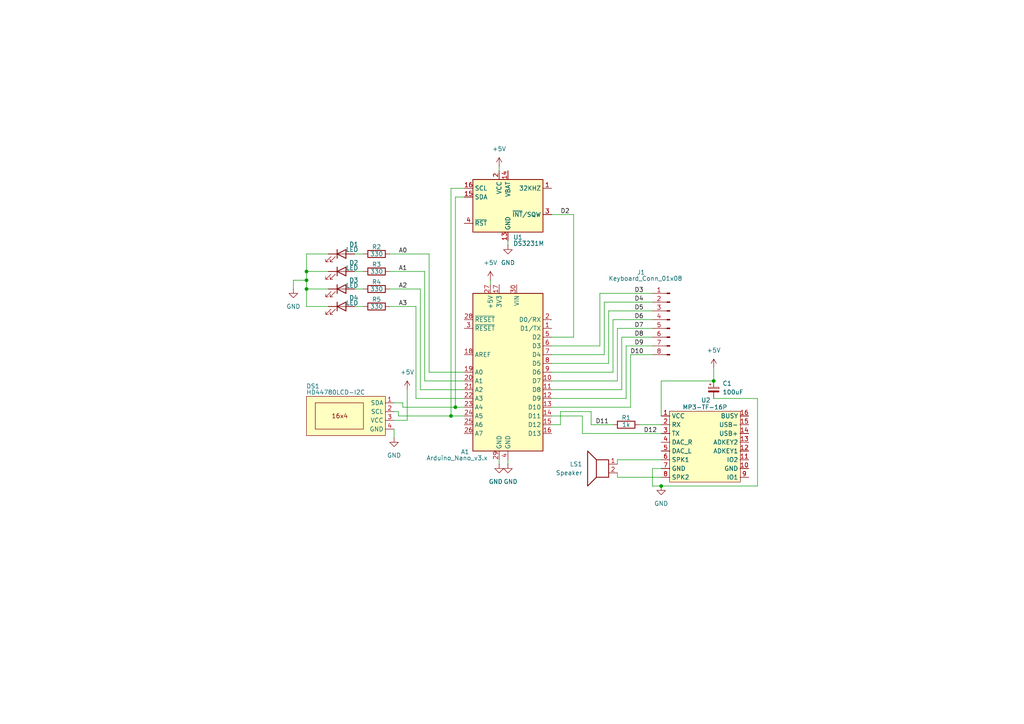
<source format=kicad_sch>
(kicad_sch
	(version 20250114)
	(generator "eeschema")
	(generator_version "9.0")
	(uuid "535f78df-7ea8-48df-a0db-379b3e978940")
	(paper "A4")
	(lib_symbols
		(symbol "AlarmClockParts:LCD+I2C_16x4"
			(exclude_from_sim no)
			(in_bom yes)
			(on_board yes)
			(property "Reference" "DS"
				(at -9.652 6.858 0)
				(effects
					(font
						(size 1.27 1.27)
					)
				)
			)
			(property "Value" "HD44780LCD-I2C"
				(at 3.048 6.858 0)
				(effects
					(font
						(size 1.27 1.27)
					)
				)
			)
			(property "Footprint" ""
				(at 0 0 0)
				(effects
					(font
						(size 1.27 1.27)
					)
					(hide yes)
				)
			)
			(property "Datasheet" ""
				(at 0 0 0)
				(effects
					(font
						(size 1.27 1.27)
					)
					(hide yes)
				)
			)
			(property "Description" ""
				(at 0 0 0)
				(effects
					(font
						(size 1.27 1.27)
					)
					(hide yes)
				)
			)
			(symbol "LCD+I2C_16x4_0_1"
				(rectangle
					(start -11.43 5.715)
					(end 11.43 -5.715)
					(stroke
						(width 0)
						(type default)
					)
					(fill
						(type color)
						(color 255 255 194 1)
					)
				)
				(rectangle
					(start -5.08 3.81)
					(end 8.89 -3.81)
					(stroke
						(width 0)
						(type default)
					)
					(fill
						(type none)
					)
				)
			)
			(symbol "LCD+I2C_16x4_1_1"
				(text "16x4"
					(at 1.778 0 0)
					(effects
						(font
							(size 1.27 1.27)
						)
					)
				)
				(pin bidirectional line
					(at -13.97 3.81 0)
					(length 2.54)
					(name "SDA"
						(effects
							(font
								(size 1.27 1.27)
							)
						)
					)
					(number "1"
						(effects
							(font
								(size 1.27 1.27)
							)
						)
					)
				)
				(pin input line
					(at -13.97 1.27 0)
					(length 2.54)
					(name "SCL"
						(effects
							(font
								(size 1.27 1.27)
							)
						)
					)
					(number "2"
						(effects
							(font
								(size 1.27 1.27)
							)
						)
					)
				)
				(pin power_in line
					(at -13.97 -1.27 0)
					(length 2.54)
					(name "VCC"
						(effects
							(font
								(size 1.27 1.27)
							)
						)
					)
					(number "3"
						(effects
							(font
								(size 1.27 1.27)
							)
						)
					)
				)
				(pin passive line
					(at -13.97 -3.81 0)
					(length 2.54)
					(name "GND"
						(effects
							(font
								(size 1.27 1.27)
							)
						)
					)
					(number "4"
						(effects
							(font
								(size 1.27 1.27)
							)
						)
					)
				)
			)
			(embedded_fonts no)
		)
		(symbol "AlarmClockParts:MP3-TF-16P"
			(exclude_from_sim no)
			(in_bom yes)
			(on_board yes)
			(property "Reference" "U"
				(at -9.144 11.176 0)
				(effects
					(font
						(size 1.27 1.27)
					)
				)
			)
			(property "Value" "MP3-TF-16P"
				(at 0 0 0)
				(effects
					(font
						(size 1.27 1.27)
					)
				)
			)
			(property "Footprint" ""
				(at 0 0 0)
				(effects
					(font
						(size 1.27 1.27)
					)
					(hide yes)
				)
			)
			(property "Datasheet" ""
				(at 0 0 0)
				(effects
					(font
						(size 1.27 1.27)
					)
					(hide yes)
				)
			)
			(property "Description" ""
				(at 0 0 0)
				(effects
					(font
						(size 1.27 1.27)
					)
					(hide yes)
				)
			)
			(symbol "MP3-TF-16P_0_1"
				(rectangle
					(start -10.275 10.275)
					(end 10.275 -10.275)
					(stroke
						(width 0)
						(type default)
					)
					(fill
						(type color)
						(color 255 255 194 1)
					)
				)
			)
			(symbol "MP3-TF-16P_1_1"
				(pin power_in line
					(at -12.7 8.89 0)
					(length 2.54)
					(name "VCC"
						(effects
							(font
								(size 1.27 1.27)
							)
						)
					)
					(number "1"
						(effects
							(font
								(size 1.27 1.27)
							)
						)
					)
				)
				(pin input line
					(at -12.7 6.35 0)
					(length 2.54)
					(name "RX"
						(effects
							(font
								(size 1.27 1.27)
							)
						)
					)
					(number "2"
						(effects
							(font
								(size 1.27 1.27)
							)
						)
					)
				)
				(pin input line
					(at -12.7 3.81 0)
					(length 2.54)
					(name "TX"
						(effects
							(font
								(size 1.27 1.27)
							)
						)
					)
					(number "3"
						(effects
							(font
								(size 1.27 1.27)
							)
						)
					)
				)
				(pin output line
					(at -12.7 1.27 0)
					(length 2.54)
					(name "DAC_R"
						(effects
							(font
								(size 1.27 1.27)
							)
						)
					)
					(number "4"
						(effects
							(font
								(size 1.27 1.27)
							)
						)
					)
				)
				(pin output line
					(at -12.7 -1.27 0)
					(length 2.54)
					(name "DAC_L"
						(effects
							(font
								(size 1.27 1.27)
							)
						)
					)
					(number "5"
						(effects
							(font
								(size 1.27 1.27)
							)
						)
					)
				)
				(pin output line
					(at -12.7 -3.81 0)
					(length 2.54)
					(name "SPK1"
						(effects
							(font
								(size 1.27 1.27)
							)
						)
					)
					(number "6"
						(effects
							(font
								(size 1.27 1.27)
							)
						)
					)
				)
				(pin passive line
					(at -12.7 -6.35 0)
					(length 2.54)
					(name "GND"
						(effects
							(font
								(size 1.27 1.27)
							)
						)
					)
					(number "7"
						(effects
							(font
								(size 1.27 1.27)
							)
						)
					)
				)
				(pin output line
					(at -12.7 -8.89 0)
					(length 2.54)
					(name "SPK2"
						(effects
							(font
								(size 1.27 1.27)
							)
						)
					)
					(number "8"
						(effects
							(font
								(size 1.27 1.27)
							)
						)
					)
				)
				(pin output line
					(at 12.7 8.89 180)
					(length 2.54)
					(name "BUSY"
						(effects
							(font
								(size 1.27 1.27)
							)
						)
					)
					(number "16"
						(effects
							(font
								(size 1.27 1.27)
							)
						)
					)
				)
				(pin input line
					(at 12.7 6.35 180)
					(length 2.54)
					(name "USB-"
						(effects
							(font
								(size 1.27 1.27)
							)
						)
					)
					(number "15"
						(effects
							(font
								(size 1.27 1.27)
							)
						)
					)
				)
				(pin input line
					(at 12.7 3.81 180)
					(length 2.54)
					(name "USB+"
						(effects
							(font
								(size 1.27 1.27)
							)
						)
					)
					(number "14"
						(effects
							(font
								(size 1.27 1.27)
							)
						)
					)
				)
				(pin input line
					(at 12.7 1.27 180)
					(length 2.54)
					(name "ADKEY2"
						(effects
							(font
								(size 1.27 1.27)
							)
						)
					)
					(number "13"
						(effects
							(font
								(size 1.27 1.27)
							)
						)
					)
				)
				(pin input line
					(at 12.7 -1.27 180)
					(length 2.54)
					(name "ADKEY1"
						(effects
							(font
								(size 1.27 1.27)
							)
						)
					)
					(number "12"
						(effects
							(font
								(size 1.27 1.27)
							)
						)
					)
				)
				(pin input line
					(at 12.7 -3.81 180)
					(length 2.54)
					(name "IO2"
						(effects
							(font
								(size 1.27 1.27)
							)
						)
					)
					(number "11"
						(effects
							(font
								(size 1.27 1.27)
							)
						)
					)
				)
				(pin passive line
					(at 12.7 -6.35 180)
					(length 2.54)
					(name "GND"
						(effects
							(font
								(size 1.27 1.27)
							)
						)
					)
					(number "10"
						(effects
							(font
								(size 1.27 1.27)
							)
						)
					)
				)
				(pin input line
					(at 12.7 -8.89 180)
					(length 2.54)
					(name "IO1"
						(effects
							(font
								(size 1.27 1.27)
							)
						)
					)
					(number "9"
						(effects
							(font
								(size 1.27 1.27)
							)
						)
					)
				)
			)
			(embedded_fonts no)
		)
		(symbol "Connector:Conn_01x08_Pin"
			(pin_names
				(offset 1.016)
				(hide yes)
			)
			(exclude_from_sim no)
			(in_bom yes)
			(on_board yes)
			(property "Reference" "J"
				(at 0 10.16 0)
				(effects
					(font
						(size 1.27 1.27)
					)
				)
			)
			(property "Value" "Conn_01x08_Pin"
				(at 0 -12.7 0)
				(effects
					(font
						(size 1.27 1.27)
					)
				)
			)
			(property "Footprint" ""
				(at 0 0 0)
				(effects
					(font
						(size 1.27 1.27)
					)
					(hide yes)
				)
			)
			(property "Datasheet" "~"
				(at 0 0 0)
				(effects
					(font
						(size 1.27 1.27)
					)
					(hide yes)
				)
			)
			(property "Description" "Generic connector, single row, 01x08, script generated"
				(at 0 0 0)
				(effects
					(font
						(size 1.27 1.27)
					)
					(hide yes)
				)
			)
			(property "ki_locked" ""
				(at 0 0 0)
				(effects
					(font
						(size 1.27 1.27)
					)
				)
			)
			(property "ki_keywords" "connector"
				(at 0 0 0)
				(effects
					(font
						(size 1.27 1.27)
					)
					(hide yes)
				)
			)
			(property "ki_fp_filters" "Connector*:*_1x??_*"
				(at 0 0 0)
				(effects
					(font
						(size 1.27 1.27)
					)
					(hide yes)
				)
			)
			(symbol "Conn_01x08_Pin_1_1"
				(rectangle
					(start 0.8636 7.747)
					(end 0 7.493)
					(stroke
						(width 0.1524)
						(type default)
					)
					(fill
						(type outline)
					)
				)
				(rectangle
					(start 0.8636 5.207)
					(end 0 4.953)
					(stroke
						(width 0.1524)
						(type default)
					)
					(fill
						(type outline)
					)
				)
				(rectangle
					(start 0.8636 2.667)
					(end 0 2.413)
					(stroke
						(width 0.1524)
						(type default)
					)
					(fill
						(type outline)
					)
				)
				(rectangle
					(start 0.8636 0.127)
					(end 0 -0.127)
					(stroke
						(width 0.1524)
						(type default)
					)
					(fill
						(type outline)
					)
				)
				(rectangle
					(start 0.8636 -2.413)
					(end 0 -2.667)
					(stroke
						(width 0.1524)
						(type default)
					)
					(fill
						(type outline)
					)
				)
				(rectangle
					(start 0.8636 -4.953)
					(end 0 -5.207)
					(stroke
						(width 0.1524)
						(type default)
					)
					(fill
						(type outline)
					)
				)
				(rectangle
					(start 0.8636 -7.493)
					(end 0 -7.747)
					(stroke
						(width 0.1524)
						(type default)
					)
					(fill
						(type outline)
					)
				)
				(rectangle
					(start 0.8636 -10.033)
					(end 0 -10.287)
					(stroke
						(width 0.1524)
						(type default)
					)
					(fill
						(type outline)
					)
				)
				(polyline
					(pts
						(xy 1.27 7.62) (xy 0.8636 7.62)
					)
					(stroke
						(width 0.1524)
						(type default)
					)
					(fill
						(type none)
					)
				)
				(polyline
					(pts
						(xy 1.27 5.08) (xy 0.8636 5.08)
					)
					(stroke
						(width 0.1524)
						(type default)
					)
					(fill
						(type none)
					)
				)
				(polyline
					(pts
						(xy 1.27 2.54) (xy 0.8636 2.54)
					)
					(stroke
						(width 0.1524)
						(type default)
					)
					(fill
						(type none)
					)
				)
				(polyline
					(pts
						(xy 1.27 0) (xy 0.8636 0)
					)
					(stroke
						(width 0.1524)
						(type default)
					)
					(fill
						(type none)
					)
				)
				(polyline
					(pts
						(xy 1.27 -2.54) (xy 0.8636 -2.54)
					)
					(stroke
						(width 0.1524)
						(type default)
					)
					(fill
						(type none)
					)
				)
				(polyline
					(pts
						(xy 1.27 -5.08) (xy 0.8636 -5.08)
					)
					(stroke
						(width 0.1524)
						(type default)
					)
					(fill
						(type none)
					)
				)
				(polyline
					(pts
						(xy 1.27 -7.62) (xy 0.8636 -7.62)
					)
					(stroke
						(width 0.1524)
						(type default)
					)
					(fill
						(type none)
					)
				)
				(polyline
					(pts
						(xy 1.27 -10.16) (xy 0.8636 -10.16)
					)
					(stroke
						(width 0.1524)
						(type default)
					)
					(fill
						(type none)
					)
				)
				(pin passive line
					(at 5.08 7.62 180)
					(length 3.81)
					(name "Pin_1"
						(effects
							(font
								(size 1.27 1.27)
							)
						)
					)
					(number "1"
						(effects
							(font
								(size 1.27 1.27)
							)
						)
					)
				)
				(pin passive line
					(at 5.08 5.08 180)
					(length 3.81)
					(name "Pin_2"
						(effects
							(font
								(size 1.27 1.27)
							)
						)
					)
					(number "2"
						(effects
							(font
								(size 1.27 1.27)
							)
						)
					)
				)
				(pin passive line
					(at 5.08 2.54 180)
					(length 3.81)
					(name "Pin_3"
						(effects
							(font
								(size 1.27 1.27)
							)
						)
					)
					(number "3"
						(effects
							(font
								(size 1.27 1.27)
							)
						)
					)
				)
				(pin passive line
					(at 5.08 0 180)
					(length 3.81)
					(name "Pin_4"
						(effects
							(font
								(size 1.27 1.27)
							)
						)
					)
					(number "4"
						(effects
							(font
								(size 1.27 1.27)
							)
						)
					)
				)
				(pin passive line
					(at 5.08 -2.54 180)
					(length 3.81)
					(name "Pin_5"
						(effects
							(font
								(size 1.27 1.27)
							)
						)
					)
					(number "5"
						(effects
							(font
								(size 1.27 1.27)
							)
						)
					)
				)
				(pin passive line
					(at 5.08 -5.08 180)
					(length 3.81)
					(name "Pin_6"
						(effects
							(font
								(size 1.27 1.27)
							)
						)
					)
					(number "6"
						(effects
							(font
								(size 1.27 1.27)
							)
						)
					)
				)
				(pin passive line
					(at 5.08 -7.62 180)
					(length 3.81)
					(name "Pin_7"
						(effects
							(font
								(size 1.27 1.27)
							)
						)
					)
					(number "7"
						(effects
							(font
								(size 1.27 1.27)
							)
						)
					)
				)
				(pin passive line
					(at 5.08 -10.16 180)
					(length 3.81)
					(name "Pin_8"
						(effects
							(font
								(size 1.27 1.27)
							)
						)
					)
					(number "8"
						(effects
							(font
								(size 1.27 1.27)
							)
						)
					)
				)
			)
			(embedded_fonts no)
		)
		(symbol "Device:C_Polarized_Small"
			(pin_numbers
				(hide yes)
			)
			(pin_names
				(offset 0.254)
				(hide yes)
			)
			(exclude_from_sim no)
			(in_bom yes)
			(on_board yes)
			(property "Reference" "C"
				(at 0.254 1.778 0)
				(effects
					(font
						(size 1.27 1.27)
					)
					(justify left)
				)
			)
			(property "Value" "C_Polarized_Small"
				(at 0.254 -2.032 0)
				(effects
					(font
						(size 1.27 1.27)
					)
					(justify left)
				)
			)
			(property "Footprint" ""
				(at 0 0 0)
				(effects
					(font
						(size 1.27 1.27)
					)
					(hide yes)
				)
			)
			(property "Datasheet" "~"
				(at 0 0 0)
				(effects
					(font
						(size 1.27 1.27)
					)
					(hide yes)
				)
			)
			(property "Description" "Polarized capacitor, small symbol"
				(at 0 0 0)
				(effects
					(font
						(size 1.27 1.27)
					)
					(hide yes)
				)
			)
			(property "ki_keywords" "cap capacitor"
				(at 0 0 0)
				(effects
					(font
						(size 1.27 1.27)
					)
					(hide yes)
				)
			)
			(property "ki_fp_filters" "CP_*"
				(at 0 0 0)
				(effects
					(font
						(size 1.27 1.27)
					)
					(hide yes)
				)
			)
			(symbol "C_Polarized_Small_0_1"
				(rectangle
					(start -1.524 0.6858)
					(end 1.524 0.3048)
					(stroke
						(width 0)
						(type default)
					)
					(fill
						(type none)
					)
				)
				(rectangle
					(start -1.524 -0.3048)
					(end 1.524 -0.6858)
					(stroke
						(width 0)
						(type default)
					)
					(fill
						(type outline)
					)
				)
				(polyline
					(pts
						(xy -1.27 1.524) (xy -0.762 1.524)
					)
					(stroke
						(width 0)
						(type default)
					)
					(fill
						(type none)
					)
				)
				(polyline
					(pts
						(xy -1.016 1.27) (xy -1.016 1.778)
					)
					(stroke
						(width 0)
						(type default)
					)
					(fill
						(type none)
					)
				)
			)
			(symbol "C_Polarized_Small_1_1"
				(pin passive line
					(at 0 2.54 270)
					(length 1.8542)
					(name "~"
						(effects
							(font
								(size 1.27 1.27)
							)
						)
					)
					(number "1"
						(effects
							(font
								(size 1.27 1.27)
							)
						)
					)
				)
				(pin passive line
					(at 0 -2.54 90)
					(length 1.8542)
					(name "~"
						(effects
							(font
								(size 1.27 1.27)
							)
						)
					)
					(number "2"
						(effects
							(font
								(size 1.27 1.27)
							)
						)
					)
				)
			)
			(embedded_fonts no)
		)
		(symbol "Device:LED"
			(pin_numbers
				(hide yes)
			)
			(pin_names
				(offset 1.016)
				(hide yes)
			)
			(exclude_from_sim no)
			(in_bom yes)
			(on_board yes)
			(property "Reference" "D"
				(at 0 2.54 0)
				(effects
					(font
						(size 1.27 1.27)
					)
				)
			)
			(property "Value" "LED"
				(at 0 -2.54 0)
				(effects
					(font
						(size 1.27 1.27)
					)
				)
			)
			(property "Footprint" ""
				(at 0 0 0)
				(effects
					(font
						(size 1.27 1.27)
					)
					(hide yes)
				)
			)
			(property "Datasheet" "~"
				(at 0 0 0)
				(effects
					(font
						(size 1.27 1.27)
					)
					(hide yes)
				)
			)
			(property "Description" "Light emitting diode"
				(at 0 0 0)
				(effects
					(font
						(size 1.27 1.27)
					)
					(hide yes)
				)
			)
			(property "Sim.Pins" "1=K 2=A"
				(at 0 0 0)
				(effects
					(font
						(size 1.27 1.27)
					)
					(hide yes)
				)
			)
			(property "ki_keywords" "LED diode"
				(at 0 0 0)
				(effects
					(font
						(size 1.27 1.27)
					)
					(hide yes)
				)
			)
			(property "ki_fp_filters" "LED* LED_SMD:* LED_THT:*"
				(at 0 0 0)
				(effects
					(font
						(size 1.27 1.27)
					)
					(hide yes)
				)
			)
			(symbol "LED_0_1"
				(polyline
					(pts
						(xy -3.048 -0.762) (xy -4.572 -2.286) (xy -3.81 -2.286) (xy -4.572 -2.286) (xy -4.572 -1.524)
					)
					(stroke
						(width 0)
						(type default)
					)
					(fill
						(type none)
					)
				)
				(polyline
					(pts
						(xy -1.778 -0.762) (xy -3.302 -2.286) (xy -2.54 -2.286) (xy -3.302 -2.286) (xy -3.302 -1.524)
					)
					(stroke
						(width 0)
						(type default)
					)
					(fill
						(type none)
					)
				)
				(polyline
					(pts
						(xy -1.27 0) (xy 1.27 0)
					)
					(stroke
						(width 0)
						(type default)
					)
					(fill
						(type none)
					)
				)
				(polyline
					(pts
						(xy -1.27 -1.27) (xy -1.27 1.27)
					)
					(stroke
						(width 0.254)
						(type default)
					)
					(fill
						(type none)
					)
				)
				(polyline
					(pts
						(xy 1.27 -1.27) (xy 1.27 1.27) (xy -1.27 0) (xy 1.27 -1.27)
					)
					(stroke
						(width 0.254)
						(type default)
					)
					(fill
						(type none)
					)
				)
			)
			(symbol "LED_1_1"
				(pin passive line
					(at -3.81 0 0)
					(length 2.54)
					(name "K"
						(effects
							(font
								(size 1.27 1.27)
							)
						)
					)
					(number "1"
						(effects
							(font
								(size 1.27 1.27)
							)
						)
					)
				)
				(pin passive line
					(at 3.81 0 180)
					(length 2.54)
					(name "A"
						(effects
							(font
								(size 1.27 1.27)
							)
						)
					)
					(number "2"
						(effects
							(font
								(size 1.27 1.27)
							)
						)
					)
				)
			)
			(embedded_fonts no)
		)
		(symbol "Device:R"
			(pin_numbers
				(hide yes)
			)
			(pin_names
				(offset 0)
			)
			(exclude_from_sim no)
			(in_bom yes)
			(on_board yes)
			(property "Reference" "R"
				(at 2.032 0 90)
				(effects
					(font
						(size 1.27 1.27)
					)
				)
			)
			(property "Value" "R"
				(at 0 0 90)
				(effects
					(font
						(size 1.27 1.27)
					)
				)
			)
			(property "Footprint" ""
				(at -1.778 0 90)
				(effects
					(font
						(size 1.27 1.27)
					)
					(hide yes)
				)
			)
			(property "Datasheet" "~"
				(at 0 0 0)
				(effects
					(font
						(size 1.27 1.27)
					)
					(hide yes)
				)
			)
			(property "Description" "Resistor"
				(at 0 0 0)
				(effects
					(font
						(size 1.27 1.27)
					)
					(hide yes)
				)
			)
			(property "ki_keywords" "R res resistor"
				(at 0 0 0)
				(effects
					(font
						(size 1.27 1.27)
					)
					(hide yes)
				)
			)
			(property "ki_fp_filters" "R_*"
				(at 0 0 0)
				(effects
					(font
						(size 1.27 1.27)
					)
					(hide yes)
				)
			)
			(symbol "R_0_1"
				(rectangle
					(start -1.016 -2.54)
					(end 1.016 2.54)
					(stroke
						(width 0.254)
						(type default)
					)
					(fill
						(type none)
					)
				)
			)
			(symbol "R_1_1"
				(pin passive line
					(at 0 3.81 270)
					(length 1.27)
					(name "~"
						(effects
							(font
								(size 1.27 1.27)
							)
						)
					)
					(number "1"
						(effects
							(font
								(size 1.27 1.27)
							)
						)
					)
				)
				(pin passive line
					(at 0 -3.81 90)
					(length 1.27)
					(name "~"
						(effects
							(font
								(size 1.27 1.27)
							)
						)
					)
					(number "2"
						(effects
							(font
								(size 1.27 1.27)
							)
						)
					)
				)
			)
			(embedded_fonts no)
		)
		(symbol "Device:Speaker"
			(pin_names
				(offset 0)
				(hide yes)
			)
			(exclude_from_sim no)
			(in_bom yes)
			(on_board yes)
			(property "Reference" "LS"
				(at 1.27 5.715 0)
				(effects
					(font
						(size 1.27 1.27)
					)
					(justify right)
				)
			)
			(property "Value" "Speaker"
				(at 1.27 3.81 0)
				(effects
					(font
						(size 1.27 1.27)
					)
					(justify right)
				)
			)
			(property "Footprint" ""
				(at 0 -5.08 0)
				(effects
					(font
						(size 1.27 1.27)
					)
					(hide yes)
				)
			)
			(property "Datasheet" "~"
				(at -0.254 -1.27 0)
				(effects
					(font
						(size 1.27 1.27)
					)
					(hide yes)
				)
			)
			(property "Description" "Speaker"
				(at 0 0 0)
				(effects
					(font
						(size 1.27 1.27)
					)
					(hide yes)
				)
			)
			(property "ki_keywords" "speaker sound"
				(at 0 0 0)
				(effects
					(font
						(size 1.27 1.27)
					)
					(hide yes)
				)
			)
			(symbol "Speaker_0_0"
				(rectangle
					(start -2.54 1.27)
					(end 1.016 -3.81)
					(stroke
						(width 0.254)
						(type default)
					)
					(fill
						(type none)
					)
				)
				(polyline
					(pts
						(xy 1.016 1.27) (xy 3.556 3.81) (xy 3.556 -6.35) (xy 1.016 -3.81)
					)
					(stroke
						(width 0.254)
						(type default)
					)
					(fill
						(type none)
					)
				)
			)
			(symbol "Speaker_1_1"
				(pin input line
					(at -5.08 0 0)
					(length 2.54)
					(name "1"
						(effects
							(font
								(size 1.27 1.27)
							)
						)
					)
					(number "1"
						(effects
							(font
								(size 1.27 1.27)
							)
						)
					)
				)
				(pin input line
					(at -5.08 -2.54 0)
					(length 2.54)
					(name "2"
						(effects
							(font
								(size 1.27 1.27)
							)
						)
					)
					(number "2"
						(effects
							(font
								(size 1.27 1.27)
							)
						)
					)
				)
			)
			(embedded_fonts no)
		)
		(symbol "MCU_Module:Arduino_Nano_v3.x"
			(exclude_from_sim no)
			(in_bom yes)
			(on_board yes)
			(property "Reference" "A"
				(at -10.16 23.495 0)
				(effects
					(font
						(size 1.27 1.27)
					)
					(justify left bottom)
				)
			)
			(property "Value" "Arduino_Nano_v3.x"
				(at 5.08 -24.13 0)
				(effects
					(font
						(size 1.27 1.27)
					)
					(justify left top)
				)
			)
			(property "Footprint" "Module:Arduino_Nano"
				(at 0 0 0)
				(effects
					(font
						(size 1.27 1.27)
						(italic yes)
					)
					(hide yes)
				)
			)
			(property "Datasheet" "http://www.mouser.com/pdfdocs/Gravitech_Arduino_Nano3_0.pdf"
				(at 0 0 0)
				(effects
					(font
						(size 1.27 1.27)
					)
					(hide yes)
				)
			)
			(property "Description" "Arduino Nano v3.x"
				(at 0 0 0)
				(effects
					(font
						(size 1.27 1.27)
					)
					(hide yes)
				)
			)
			(property "ki_keywords" "Arduino nano microcontroller module USB"
				(at 0 0 0)
				(effects
					(font
						(size 1.27 1.27)
					)
					(hide yes)
				)
			)
			(property "ki_fp_filters" "Arduino*Nano*"
				(at 0 0 0)
				(effects
					(font
						(size 1.27 1.27)
					)
					(hide yes)
				)
			)
			(symbol "Arduino_Nano_v3.x_0_1"
				(rectangle
					(start -10.16 22.86)
					(end 10.16 -22.86)
					(stroke
						(width 0.254)
						(type default)
					)
					(fill
						(type background)
					)
				)
			)
			(symbol "Arduino_Nano_v3.x_1_1"
				(pin bidirectional line
					(at -12.7 15.24 0)
					(length 2.54)
					(name "D0/RX"
						(effects
							(font
								(size 1.27 1.27)
							)
						)
					)
					(number "2"
						(effects
							(font
								(size 1.27 1.27)
							)
						)
					)
				)
				(pin bidirectional line
					(at -12.7 12.7 0)
					(length 2.54)
					(name "D1/TX"
						(effects
							(font
								(size 1.27 1.27)
							)
						)
					)
					(number "1"
						(effects
							(font
								(size 1.27 1.27)
							)
						)
					)
				)
				(pin bidirectional line
					(at -12.7 10.16 0)
					(length 2.54)
					(name "D2"
						(effects
							(font
								(size 1.27 1.27)
							)
						)
					)
					(number "5"
						(effects
							(font
								(size 1.27 1.27)
							)
						)
					)
				)
				(pin bidirectional line
					(at -12.7 7.62 0)
					(length 2.54)
					(name "D3"
						(effects
							(font
								(size 1.27 1.27)
							)
						)
					)
					(number "6"
						(effects
							(font
								(size 1.27 1.27)
							)
						)
					)
				)
				(pin bidirectional line
					(at -12.7 5.08 0)
					(length 2.54)
					(name "D4"
						(effects
							(font
								(size 1.27 1.27)
							)
						)
					)
					(number "7"
						(effects
							(font
								(size 1.27 1.27)
							)
						)
					)
				)
				(pin bidirectional line
					(at -12.7 2.54 0)
					(length 2.54)
					(name "D5"
						(effects
							(font
								(size 1.27 1.27)
							)
						)
					)
					(number "8"
						(effects
							(font
								(size 1.27 1.27)
							)
						)
					)
				)
				(pin bidirectional line
					(at -12.7 0 0)
					(length 2.54)
					(name "D6"
						(effects
							(font
								(size 1.27 1.27)
							)
						)
					)
					(number "9"
						(effects
							(font
								(size 1.27 1.27)
							)
						)
					)
				)
				(pin bidirectional line
					(at -12.7 -2.54 0)
					(length 2.54)
					(name "D7"
						(effects
							(font
								(size 1.27 1.27)
							)
						)
					)
					(number "10"
						(effects
							(font
								(size 1.27 1.27)
							)
						)
					)
				)
				(pin bidirectional line
					(at -12.7 -5.08 0)
					(length 2.54)
					(name "D8"
						(effects
							(font
								(size 1.27 1.27)
							)
						)
					)
					(number "11"
						(effects
							(font
								(size 1.27 1.27)
							)
						)
					)
				)
				(pin bidirectional line
					(at -12.7 -7.62 0)
					(length 2.54)
					(name "D9"
						(effects
							(font
								(size 1.27 1.27)
							)
						)
					)
					(number "12"
						(effects
							(font
								(size 1.27 1.27)
							)
						)
					)
				)
				(pin bidirectional line
					(at -12.7 -10.16 0)
					(length 2.54)
					(name "D10"
						(effects
							(font
								(size 1.27 1.27)
							)
						)
					)
					(number "13"
						(effects
							(font
								(size 1.27 1.27)
							)
						)
					)
				)
				(pin bidirectional line
					(at -12.7 -12.7 0)
					(length 2.54)
					(name "D11"
						(effects
							(font
								(size 1.27 1.27)
							)
						)
					)
					(number "14"
						(effects
							(font
								(size 1.27 1.27)
							)
						)
					)
				)
				(pin bidirectional line
					(at -12.7 -15.24 0)
					(length 2.54)
					(name "D12"
						(effects
							(font
								(size 1.27 1.27)
							)
						)
					)
					(number "15"
						(effects
							(font
								(size 1.27 1.27)
							)
						)
					)
				)
				(pin bidirectional line
					(at -12.7 -17.78 0)
					(length 2.54)
					(name "D13"
						(effects
							(font
								(size 1.27 1.27)
							)
						)
					)
					(number "16"
						(effects
							(font
								(size 1.27 1.27)
							)
						)
					)
				)
				(pin power_in line
					(at -2.54 25.4 270)
					(length 2.54)
					(name "VIN"
						(effects
							(font
								(size 1.27 1.27)
							)
						)
					)
					(number "30"
						(effects
							(font
								(size 1.27 1.27)
							)
						)
					)
				)
				(pin power_in line
					(at 0 -25.4 90)
					(length 2.54)
					(name "GND"
						(effects
							(font
								(size 1.27 1.27)
							)
						)
					)
					(number "4"
						(effects
							(font
								(size 1.27 1.27)
							)
						)
					)
				)
				(pin power_out line
					(at 2.54 25.4 270)
					(length 2.54)
					(name "3V3"
						(effects
							(font
								(size 1.27 1.27)
							)
						)
					)
					(number "17"
						(effects
							(font
								(size 1.27 1.27)
							)
						)
					)
				)
				(pin power_in line
					(at 2.54 -25.4 90)
					(length 2.54)
					(name "GND"
						(effects
							(font
								(size 1.27 1.27)
							)
						)
					)
					(number "29"
						(effects
							(font
								(size 1.27 1.27)
							)
						)
					)
				)
				(pin power_out line
					(at 5.08 25.4 270)
					(length 2.54)
					(name "+5V"
						(effects
							(font
								(size 1.27 1.27)
							)
						)
					)
					(number "27"
						(effects
							(font
								(size 1.27 1.27)
							)
						)
					)
				)
				(pin input line
					(at 12.7 15.24 180)
					(length 2.54)
					(name "~{RESET}"
						(effects
							(font
								(size 1.27 1.27)
							)
						)
					)
					(number "28"
						(effects
							(font
								(size 1.27 1.27)
							)
						)
					)
				)
				(pin input line
					(at 12.7 12.7 180)
					(length 2.54)
					(name "~{RESET}"
						(effects
							(font
								(size 1.27 1.27)
							)
						)
					)
					(number "3"
						(effects
							(font
								(size 1.27 1.27)
							)
						)
					)
				)
				(pin input line
					(at 12.7 5.08 180)
					(length 2.54)
					(name "AREF"
						(effects
							(font
								(size 1.27 1.27)
							)
						)
					)
					(number "18"
						(effects
							(font
								(size 1.27 1.27)
							)
						)
					)
				)
				(pin bidirectional line
					(at 12.7 0 180)
					(length 2.54)
					(name "A0"
						(effects
							(font
								(size 1.27 1.27)
							)
						)
					)
					(number "19"
						(effects
							(font
								(size 1.27 1.27)
							)
						)
					)
				)
				(pin bidirectional line
					(at 12.7 -2.54 180)
					(length 2.54)
					(name "A1"
						(effects
							(font
								(size 1.27 1.27)
							)
						)
					)
					(number "20"
						(effects
							(font
								(size 1.27 1.27)
							)
						)
					)
				)
				(pin bidirectional line
					(at 12.7 -5.08 180)
					(length 2.54)
					(name "A2"
						(effects
							(font
								(size 1.27 1.27)
							)
						)
					)
					(number "21"
						(effects
							(font
								(size 1.27 1.27)
							)
						)
					)
				)
				(pin bidirectional line
					(at 12.7 -7.62 180)
					(length 2.54)
					(name "A3"
						(effects
							(font
								(size 1.27 1.27)
							)
						)
					)
					(number "22"
						(effects
							(font
								(size 1.27 1.27)
							)
						)
					)
				)
				(pin bidirectional line
					(at 12.7 -10.16 180)
					(length 2.54)
					(name "A4"
						(effects
							(font
								(size 1.27 1.27)
							)
						)
					)
					(number "23"
						(effects
							(font
								(size 1.27 1.27)
							)
						)
					)
				)
				(pin bidirectional line
					(at 12.7 -12.7 180)
					(length 2.54)
					(name "A5"
						(effects
							(font
								(size 1.27 1.27)
							)
						)
					)
					(number "24"
						(effects
							(font
								(size 1.27 1.27)
							)
						)
					)
				)
				(pin bidirectional line
					(at 12.7 -15.24 180)
					(length 2.54)
					(name "A6"
						(effects
							(font
								(size 1.27 1.27)
							)
						)
					)
					(number "25"
						(effects
							(font
								(size 1.27 1.27)
							)
						)
					)
				)
				(pin bidirectional line
					(at 12.7 -17.78 180)
					(length 2.54)
					(name "A7"
						(effects
							(font
								(size 1.27 1.27)
							)
						)
					)
					(number "26"
						(effects
							(font
								(size 1.27 1.27)
							)
						)
					)
				)
			)
			(embedded_fonts no)
		)
		(symbol "Timer_RTC:DS3231M"
			(exclude_from_sim no)
			(in_bom yes)
			(on_board yes)
			(property "Reference" "U"
				(at -7.62 8.89 0)
				(effects
					(font
						(size 1.27 1.27)
					)
					(justify right)
				)
			)
			(property "Value" "DS3231M"
				(at 10.16 8.89 0)
				(effects
					(font
						(size 1.27 1.27)
					)
					(justify right)
				)
			)
			(property "Footprint" "Package_SO:SOIC-16W_7.5x10.3mm_P1.27mm"
				(at 0 -15.24 0)
				(effects
					(font
						(size 1.27 1.27)
					)
					(hide yes)
				)
			)
			(property "Datasheet" "http://datasheets.maximintegrated.com/en/ds/DS3231.pdf"
				(at 6.858 1.27 0)
				(effects
					(font
						(size 1.27 1.27)
					)
					(hide yes)
				)
			)
			(property "Description" "Extremely Accurate I2C-Integrated RTC/TCXO/Crystal SOIC-16"
				(at 0 0 0)
				(effects
					(font
						(size 1.27 1.27)
					)
					(hide yes)
				)
			)
			(property "ki_keywords" "RTC TCXO Realtime Time Clock Crystal Oscillator I2C"
				(at 0 0 0)
				(effects
					(font
						(size 1.27 1.27)
					)
					(hide yes)
				)
			)
			(property "ki_fp_filters" "SOIC*7.5x10.3mm*P1.27mm*"
				(at 0 0 0)
				(effects
					(font
						(size 1.27 1.27)
					)
					(hide yes)
				)
			)
			(symbol "DS3231M_0_1"
				(rectangle
					(start -10.16 7.62)
					(end 10.16 -7.62)
					(stroke
						(width 0.254)
						(type default)
					)
					(fill
						(type background)
					)
				)
			)
			(symbol "DS3231M_1_1"
				(pin input line
					(at -12.7 5.08 0)
					(length 2.54)
					(name "SCL"
						(effects
							(font
								(size 1.27 1.27)
							)
						)
					)
					(number "16"
						(effects
							(font
								(size 1.27 1.27)
							)
						)
					)
				)
				(pin bidirectional line
					(at -12.7 2.54 0)
					(length 2.54)
					(name "SDA"
						(effects
							(font
								(size 1.27 1.27)
							)
						)
					)
					(number "15"
						(effects
							(font
								(size 1.27 1.27)
							)
						)
					)
				)
				(pin bidirectional line
					(at -12.7 -5.08 0)
					(length 2.54)
					(name "~{RST}"
						(effects
							(font
								(size 1.27 1.27)
							)
						)
					)
					(number "4"
						(effects
							(font
								(size 1.27 1.27)
							)
						)
					)
				)
				(pin power_in line
					(at -2.54 10.16 270)
					(length 2.54)
					(name "VCC"
						(effects
							(font
								(size 1.27 1.27)
							)
						)
					)
					(number "2"
						(effects
							(font
								(size 1.27 1.27)
							)
						)
					)
				)
				(pin power_in line
					(at 0 10.16 270)
					(length 2.54)
					(name "VBAT"
						(effects
							(font
								(size 1.27 1.27)
							)
						)
					)
					(number "14"
						(effects
							(font
								(size 1.27 1.27)
							)
						)
					)
				)
				(pin passive line
					(at 0 -10.16 90)
					(length 2.54)
					(hide yes)
					(name "GND"
						(effects
							(font
								(size 1.27 1.27)
							)
						)
					)
					(number "10"
						(effects
							(font
								(size 1.27 1.27)
							)
						)
					)
				)
				(pin passive line
					(at 0 -10.16 90)
					(length 2.54)
					(hide yes)
					(name "GND"
						(effects
							(font
								(size 1.27 1.27)
							)
						)
					)
					(number "11"
						(effects
							(font
								(size 1.27 1.27)
							)
						)
					)
				)
				(pin passive line
					(at 0 -10.16 90)
					(length 2.54)
					(hide yes)
					(name "GND"
						(effects
							(font
								(size 1.27 1.27)
							)
						)
					)
					(number "12"
						(effects
							(font
								(size 1.27 1.27)
							)
						)
					)
				)
				(pin power_in line
					(at 0 -10.16 90)
					(length 2.54)
					(name "GND"
						(effects
							(font
								(size 1.27 1.27)
							)
						)
					)
					(number "13"
						(effects
							(font
								(size 1.27 1.27)
							)
						)
					)
				)
				(pin passive line
					(at 0 -10.16 90)
					(length 2.54)
					(hide yes)
					(name "GND"
						(effects
							(font
								(size 1.27 1.27)
							)
						)
					)
					(number "5"
						(effects
							(font
								(size 1.27 1.27)
							)
						)
					)
				)
				(pin passive line
					(at 0 -10.16 90)
					(length 2.54)
					(hide yes)
					(name "GND"
						(effects
							(font
								(size 1.27 1.27)
							)
						)
					)
					(number "6"
						(effects
							(font
								(size 1.27 1.27)
							)
						)
					)
				)
				(pin passive line
					(at 0 -10.16 90)
					(length 2.54)
					(hide yes)
					(name "GND"
						(effects
							(font
								(size 1.27 1.27)
							)
						)
					)
					(number "7"
						(effects
							(font
								(size 1.27 1.27)
							)
						)
					)
				)
				(pin passive line
					(at 0 -10.16 90)
					(length 2.54)
					(hide yes)
					(name "GND"
						(effects
							(font
								(size 1.27 1.27)
							)
						)
					)
					(number "8"
						(effects
							(font
								(size 1.27 1.27)
							)
						)
					)
				)
				(pin passive line
					(at 0 -10.16 90)
					(length 2.54)
					(hide yes)
					(name "GND"
						(effects
							(font
								(size 1.27 1.27)
							)
						)
					)
					(number "9"
						(effects
							(font
								(size 1.27 1.27)
							)
						)
					)
				)
				(pin open_collector line
					(at 12.7 5.08 180)
					(length 2.54)
					(name "32KHZ"
						(effects
							(font
								(size 1.27 1.27)
							)
						)
					)
					(number "1"
						(effects
							(font
								(size 1.27 1.27)
							)
						)
					)
				)
				(pin open_collector line
					(at 12.7 -2.54 180)
					(length 2.54)
					(name "~{INT}/SQW"
						(effects
							(font
								(size 1.27 1.27)
							)
						)
					)
					(number "3"
						(effects
							(font
								(size 1.27 1.27)
							)
						)
					)
				)
			)
			(embedded_fonts no)
		)
		(symbol "power:+5V"
			(power)
			(pin_numbers
				(hide yes)
			)
			(pin_names
				(offset 0)
				(hide yes)
			)
			(exclude_from_sim no)
			(in_bom yes)
			(on_board yes)
			(property "Reference" "#PWR"
				(at 0 -3.81 0)
				(effects
					(font
						(size 1.27 1.27)
					)
					(hide yes)
				)
			)
			(property "Value" "+5V"
				(at 0 3.556 0)
				(effects
					(font
						(size 1.27 1.27)
					)
				)
			)
			(property "Footprint" ""
				(at 0 0 0)
				(effects
					(font
						(size 1.27 1.27)
					)
					(hide yes)
				)
			)
			(property "Datasheet" ""
				(at 0 0 0)
				(effects
					(font
						(size 1.27 1.27)
					)
					(hide yes)
				)
			)
			(property "Description" "Power symbol creates a global label with name \"+5V\""
				(at 0 0 0)
				(effects
					(font
						(size 1.27 1.27)
					)
					(hide yes)
				)
			)
			(property "ki_keywords" "global power"
				(at 0 0 0)
				(effects
					(font
						(size 1.27 1.27)
					)
					(hide yes)
				)
			)
			(symbol "+5V_0_1"
				(polyline
					(pts
						(xy -0.762 1.27) (xy 0 2.54)
					)
					(stroke
						(width 0)
						(type default)
					)
					(fill
						(type none)
					)
				)
				(polyline
					(pts
						(xy 0 2.54) (xy 0.762 1.27)
					)
					(stroke
						(width 0)
						(type default)
					)
					(fill
						(type none)
					)
				)
				(polyline
					(pts
						(xy 0 0) (xy 0 2.54)
					)
					(stroke
						(width 0)
						(type default)
					)
					(fill
						(type none)
					)
				)
			)
			(symbol "+5V_1_1"
				(pin power_in line
					(at 0 0 90)
					(length 0)
					(name "~"
						(effects
							(font
								(size 1.27 1.27)
							)
						)
					)
					(number "1"
						(effects
							(font
								(size 1.27 1.27)
							)
						)
					)
				)
			)
			(embedded_fonts no)
		)
		(symbol "power:GND"
			(power)
			(pin_numbers
				(hide yes)
			)
			(pin_names
				(offset 0)
				(hide yes)
			)
			(exclude_from_sim no)
			(in_bom yes)
			(on_board yes)
			(property "Reference" "#PWR"
				(at 0 -6.35 0)
				(effects
					(font
						(size 1.27 1.27)
					)
					(hide yes)
				)
			)
			(property "Value" "GND"
				(at 0 -3.81 0)
				(effects
					(font
						(size 1.27 1.27)
					)
				)
			)
			(property "Footprint" ""
				(at 0 0 0)
				(effects
					(font
						(size 1.27 1.27)
					)
					(hide yes)
				)
			)
			(property "Datasheet" ""
				(at 0 0 0)
				(effects
					(font
						(size 1.27 1.27)
					)
					(hide yes)
				)
			)
			(property "Description" "Power symbol creates a global label with name \"GND\" , ground"
				(at 0 0 0)
				(effects
					(font
						(size 1.27 1.27)
					)
					(hide yes)
				)
			)
			(property "ki_keywords" "global power"
				(at 0 0 0)
				(effects
					(font
						(size 1.27 1.27)
					)
					(hide yes)
				)
			)
			(symbol "GND_0_1"
				(polyline
					(pts
						(xy 0 0) (xy 0 -1.27) (xy 1.27 -1.27) (xy 0 -2.54) (xy -1.27 -1.27) (xy 0 -1.27)
					)
					(stroke
						(width 0)
						(type default)
					)
					(fill
						(type none)
					)
				)
			)
			(symbol "GND_1_1"
				(pin power_in line
					(at 0 0 270)
					(length 0)
					(name "~"
						(effects
							(font
								(size 1.27 1.27)
							)
						)
					)
					(number "1"
						(effects
							(font
								(size 1.27 1.27)
							)
						)
					)
				)
			)
			(embedded_fonts no)
		)
	)
	(junction
		(at 88.9 81.28)
		(diameter 0)
		(color 0 0 0 0)
		(uuid "13376527-8275-4cad-8574-609784b64383")
	)
	(junction
		(at 191.77 140.97)
		(diameter 0)
		(color 0 0 0 0)
		(uuid "398efd85-8ddc-4297-9548-18194944e573")
	)
	(junction
		(at 88.9 83.82)
		(diameter 0)
		(color 0 0 0 0)
		(uuid "564e3350-7ae9-4960-8438-c4c88a85fd6f")
	)
	(junction
		(at 130.81 120.65)
		(diameter 0)
		(color 0 0 0 0)
		(uuid "8b3606fd-5336-44cf-b0f8-bb8927c75df9")
	)
	(junction
		(at 207.01 110.49)
		(diameter 0)
		(color 0 0 0 0)
		(uuid "a42c5a02-f94f-450f-a1e3-7edffd07333a")
	)
	(junction
		(at 132.08 118.11)
		(diameter 0)
		(color 0 0 0 0)
		(uuid "b76582fb-b01a-4146-9b75-9b9b82101d44")
	)
	(junction
		(at 88.9 78.74)
		(diameter 0)
		(color 0 0 0 0)
		(uuid "ef9cc8b3-cf75-4913-bb31-aeb37cebf826")
	)
	(wire
		(pts
			(xy 162.56 123.19) (xy 160.02 123.19)
		)
		(stroke
			(width 0)
			(type default)
		)
		(uuid "06635d5e-6928-40ea-a49e-041ed090857c")
	)
	(wire
		(pts
			(xy 176.53 90.17) (xy 189.23 90.17)
		)
		(stroke
			(width 0)
			(type default)
		)
		(uuid "06d498c5-3896-4ca1-a315-d1b856066132")
	)
	(wire
		(pts
			(xy 166.37 62.23) (xy 166.37 97.79)
		)
		(stroke
			(width 0)
			(type default)
		)
		(uuid "08535d65-db63-470c-9079-9d534c637546")
	)
	(wire
		(pts
			(xy 166.37 97.79) (xy 160.02 97.79)
		)
		(stroke
			(width 0)
			(type default)
		)
		(uuid "08a2b547-6947-4966-bc55-75f5d1362cae")
	)
	(wire
		(pts
			(xy 180.34 113.03) (xy 160.02 113.03)
		)
		(stroke
			(width 0)
			(type default)
		)
		(uuid "0f2fa978-d9c6-40da-ad45-71a3450945f3")
	)
	(wire
		(pts
			(xy 171.45 119.38) (xy 162.56 119.38)
		)
		(stroke
			(width 0)
			(type default)
		)
		(uuid "1673e61a-03a5-4a3f-9439-873ddbac1a13")
	)
	(wire
		(pts
			(xy 181.61 100.33) (xy 189.23 100.33)
		)
		(stroke
			(width 0)
			(type default)
		)
		(uuid "17ac8439-2744-4a97-8922-f9f736a62890")
	)
	(wire
		(pts
			(xy 114.3 119.38) (xy 115.57 119.38)
		)
		(stroke
			(width 0)
			(type default)
		)
		(uuid "18b6b23c-5aae-49ae-ac5d-b5d9ea16b408")
	)
	(wire
		(pts
			(xy 120.65 88.9) (xy 120.65 115.57)
		)
		(stroke
			(width 0)
			(type default)
		)
		(uuid "1b0d4b3a-c4c2-4b18-bb82-c3cd0de34ba3")
	)
	(wire
		(pts
			(xy 179.07 134.62) (xy 179.07 133.35)
		)
		(stroke
			(width 0)
			(type default)
		)
		(uuid "1ce62fc9-74c2-412c-8720-825bd6ca78aa")
	)
	(wire
		(pts
			(xy 160.02 62.23) (xy 166.37 62.23)
		)
		(stroke
			(width 0)
			(type default)
		)
		(uuid "1dfd3bd8-7b62-4847-b86a-043912207be2")
	)
	(wire
		(pts
			(xy 175.26 87.63) (xy 175.26 102.87)
		)
		(stroke
			(width 0)
			(type default)
		)
		(uuid "1f9dde21-7d72-4c6d-8dac-1680dc37bdfe")
	)
	(wire
		(pts
			(xy 134.62 54.61) (xy 130.81 54.61)
		)
		(stroke
			(width 0)
			(type default)
		)
		(uuid "21a94cca-5ab1-4a42-ba9e-bb4653a2f9ea")
	)
	(wire
		(pts
			(xy 114.3 121.92) (xy 118.11 121.92)
		)
		(stroke
			(width 0)
			(type default)
		)
		(uuid "2216b893-52b6-44c3-8db4-e1976077ae0d")
	)
	(wire
		(pts
			(xy 105.41 78.74) (xy 102.87 78.74)
		)
		(stroke
			(width 0)
			(type default)
		)
		(uuid "2d38a014-c5a4-4864-a663-bcb1db2fb3a7")
	)
	(wire
		(pts
			(xy 179.07 110.49) (xy 160.02 110.49)
		)
		(stroke
			(width 0)
			(type default)
		)
		(uuid "310cfcd8-0627-4949-a103-d912f2147a42")
	)
	(wire
		(pts
			(xy 114.3 116.84) (xy 116.84 116.84)
		)
		(stroke
			(width 0)
			(type default)
		)
		(uuid "3cf27fa0-d6af-41fd-bb6d-1b02717b551a")
	)
	(wire
		(pts
			(xy 95.25 88.9) (xy 88.9 88.9)
		)
		(stroke
			(width 0)
			(type default)
		)
		(uuid "3dc61269-30d5-4e7c-bda3-e02c41d3192d")
	)
	(wire
		(pts
			(xy 177.8 92.71) (xy 189.23 92.71)
		)
		(stroke
			(width 0)
			(type default)
		)
		(uuid "3ebaba86-b589-45d2-929d-57e460d94244")
	)
	(wire
		(pts
			(xy 85.09 81.28) (xy 85.09 83.82)
		)
		(stroke
			(width 0)
			(type default)
		)
		(uuid "40266fcf-e56b-4af2-88b6-58694e9812eb")
	)
	(wire
		(pts
			(xy 120.65 115.57) (xy 134.62 115.57)
		)
		(stroke
			(width 0)
			(type default)
		)
		(uuid "408fe753-cc7e-4f92-ace5-f6397f0b827b")
	)
	(wire
		(pts
			(xy 168.91 120.65) (xy 168.91 125.73)
		)
		(stroke
			(width 0)
			(type default)
		)
		(uuid "40eb077d-74f7-433f-942b-da58d35853dc")
	)
	(wire
		(pts
			(xy 88.9 81.28) (xy 85.09 81.28)
		)
		(stroke
			(width 0)
			(type default)
		)
		(uuid "42114986-a208-44d0-9240-a0fe0fc8ff4a")
	)
	(wire
		(pts
			(xy 88.9 78.74) (xy 88.9 81.28)
		)
		(stroke
			(width 0)
			(type default)
		)
		(uuid "44d9dbf8-7bfb-4c4d-85ed-9ef5053ac83d")
	)
	(wire
		(pts
			(xy 179.07 95.25) (xy 179.07 110.49)
		)
		(stroke
			(width 0)
			(type default)
		)
		(uuid "461d3930-8c8b-4ac9-a1b8-6e14e2ba5886")
	)
	(wire
		(pts
			(xy 207.01 115.57) (xy 219.71 115.57)
		)
		(stroke
			(width 0)
			(type default)
		)
		(uuid "4654ab5e-038c-4586-93ec-dbe88c80c527")
	)
	(wire
		(pts
			(xy 189.23 102.87) (xy 182.88 102.87)
		)
		(stroke
			(width 0)
			(type default)
		)
		(uuid "49a28755-02a0-487f-97c1-2945d66ff3ce")
	)
	(wire
		(pts
			(xy 144.78 133.35) (xy 144.78 134.62)
		)
		(stroke
			(width 0)
			(type default)
		)
		(uuid "4c6c9c90-d572-42cf-b602-711d05d877b7")
	)
	(wire
		(pts
			(xy 219.71 115.57) (xy 219.71 140.97)
		)
		(stroke
			(width 0)
			(type default)
		)
		(uuid "4f35aa7d-0161-468f-a8da-1f9364b099d1")
	)
	(wire
		(pts
			(xy 95.25 73.66) (xy 88.9 73.66)
		)
		(stroke
			(width 0)
			(type default)
		)
		(uuid "4f682b29-4c78-4ea2-9905-3219e132877e")
	)
	(wire
		(pts
			(xy 113.03 88.9) (xy 120.65 88.9)
		)
		(stroke
			(width 0)
			(type default)
		)
		(uuid "501057cb-6a52-4ec2-8d79-ad49ef59757e")
	)
	(wire
		(pts
			(xy 121.92 83.82) (xy 121.92 113.03)
		)
		(stroke
			(width 0)
			(type default)
		)
		(uuid "51f131f6-8b98-4629-93da-cf18fb45c0ca")
	)
	(wire
		(pts
			(xy 95.25 78.74) (xy 88.9 78.74)
		)
		(stroke
			(width 0)
			(type default)
		)
		(uuid "53815809-1abe-4b59-962d-62e7cb1e169c")
	)
	(wire
		(pts
			(xy 180.34 97.79) (xy 189.23 97.79)
		)
		(stroke
			(width 0)
			(type default)
		)
		(uuid "54a46bef-65f5-4094-a2c3-421c857b7417")
	)
	(wire
		(pts
			(xy 171.45 123.19) (xy 177.8 123.19)
		)
		(stroke
			(width 0)
			(type default)
		)
		(uuid "55112d3d-fcc2-4044-a188-47e2a5967692")
	)
	(wire
		(pts
			(xy 160.02 120.65) (xy 168.91 120.65)
		)
		(stroke
			(width 0)
			(type default)
		)
		(uuid "5547dad8-7af3-444b-abfd-3d673dcfa7a3")
	)
	(wire
		(pts
			(xy 191.77 110.49) (xy 207.01 110.49)
		)
		(stroke
			(width 0)
			(type default)
		)
		(uuid "5859a83c-d641-46e6-9646-94e05afc2796")
	)
	(wire
		(pts
			(xy 173.99 100.33) (xy 160.02 100.33)
		)
		(stroke
			(width 0)
			(type default)
		)
		(uuid "5995a769-7aaf-48fa-8fc1-961ac2482fee")
	)
	(wire
		(pts
			(xy 177.8 107.95) (xy 160.02 107.95)
		)
		(stroke
			(width 0)
			(type default)
		)
		(uuid "5a618cbc-047a-400f-a7aa-189a63e6b846")
	)
	(wire
		(pts
			(xy 168.91 125.73) (xy 191.77 125.73)
		)
		(stroke
			(width 0)
			(type default)
		)
		(uuid "5aa92f4b-92ee-4bd1-bdf5-6f169d98c1e8")
	)
	(wire
		(pts
			(xy 173.99 85.09) (xy 189.23 85.09)
		)
		(stroke
			(width 0)
			(type default)
		)
		(uuid "5d5b9fce-f141-4d09-867a-f00a7c87da32")
	)
	(wire
		(pts
			(xy 130.81 54.61) (xy 130.81 120.65)
		)
		(stroke
			(width 0)
			(type default)
		)
		(uuid "62829ec2-d0a5-4a9b-8278-e92e19df1a3f")
	)
	(wire
		(pts
			(xy 116.84 118.11) (xy 132.08 118.11)
		)
		(stroke
			(width 0)
			(type default)
		)
		(uuid "63b99954-5c10-4a49-8775-79ed7cd6dbd8")
	)
	(wire
		(pts
			(xy 123.19 110.49) (xy 134.62 110.49)
		)
		(stroke
			(width 0)
			(type default)
		)
		(uuid "64c472ad-9d8e-42c6-98e1-cf07049f8697")
	)
	(wire
		(pts
			(xy 105.41 83.82) (xy 102.87 83.82)
		)
		(stroke
			(width 0)
			(type default)
		)
		(uuid "693d0857-bef0-49ff-b9ba-38d14b92b21f")
	)
	(wire
		(pts
			(xy 219.71 140.97) (xy 191.77 140.97)
		)
		(stroke
			(width 0)
			(type default)
		)
		(uuid "76e16bad-0c57-4820-aaa3-8ce2145bbddd")
	)
	(wire
		(pts
			(xy 189.23 140.97) (xy 191.77 140.97)
		)
		(stroke
			(width 0)
			(type default)
		)
		(uuid "771d6961-092d-4b4e-b594-08764835490a")
	)
	(wire
		(pts
			(xy 179.07 138.43) (xy 191.77 138.43)
		)
		(stroke
			(width 0)
			(type default)
		)
		(uuid "7f87d838-3e8e-4801-a51f-e07ffc446cc2")
	)
	(wire
		(pts
			(xy 185.42 123.19) (xy 191.77 123.19)
		)
		(stroke
			(width 0)
			(type default)
		)
		(uuid "8b3c5c42-1ce8-4b5a-a001-41810ac26f1c")
	)
	(wire
		(pts
			(xy 124.46 73.66) (xy 124.46 107.95)
		)
		(stroke
			(width 0)
			(type default)
		)
		(uuid "8d8d26cd-1300-4b93-a48d-a641a89c1406")
	)
	(wire
		(pts
			(xy 113.03 83.82) (xy 121.92 83.82)
		)
		(stroke
			(width 0)
			(type default)
		)
		(uuid "8e764a93-d8e8-431e-a4cc-db3e290b49f0")
	)
	(wire
		(pts
			(xy 116.84 116.84) (xy 116.84 118.11)
		)
		(stroke
			(width 0)
			(type default)
		)
		(uuid "8f2ec961-5964-4687-a9ab-c3f24e45d42e")
	)
	(wire
		(pts
			(xy 189.23 135.89) (xy 189.23 140.97)
		)
		(stroke
			(width 0)
			(type default)
		)
		(uuid "8f79cfc9-ae44-4bfa-aa3a-ce7928bab481")
	)
	(wire
		(pts
			(xy 207.01 106.68) (xy 207.01 110.49)
		)
		(stroke
			(width 0)
			(type default)
		)
		(uuid "8f7db722-9a49-40be-a34b-5a1cdd0d174c")
	)
	(wire
		(pts
			(xy 130.81 120.65) (xy 134.62 120.65)
		)
		(stroke
			(width 0)
			(type default)
		)
		(uuid "8fd0328e-f50a-4ae6-941f-cd7e3bd5853f")
	)
	(wire
		(pts
			(xy 114.3 124.46) (xy 114.3 127)
		)
		(stroke
			(width 0)
			(type default)
		)
		(uuid "924cce68-c29a-4d76-ba28-20dd2541e254")
	)
	(wire
		(pts
			(xy 179.07 133.35) (xy 191.77 133.35)
		)
		(stroke
			(width 0)
			(type default)
		)
		(uuid "930c5322-3ad3-49ad-9962-a99aaee2eb22")
	)
	(wire
		(pts
			(xy 180.34 97.79) (xy 180.34 113.03)
		)
		(stroke
			(width 0)
			(type default)
		)
		(uuid "9537e055-0806-439b-b7f8-ab626f07c0db")
	)
	(wire
		(pts
			(xy 191.77 135.89) (xy 189.23 135.89)
		)
		(stroke
			(width 0)
			(type default)
		)
		(uuid "97b18f30-4f85-488c-a4e3-afde6825b2a0")
	)
	(wire
		(pts
			(xy 182.88 102.87) (xy 182.88 118.11)
		)
		(stroke
			(width 0)
			(type default)
		)
		(uuid "9933d973-8f40-4de3-b70b-29bc135dfb46")
	)
	(wire
		(pts
			(xy 95.25 83.82) (xy 88.9 83.82)
		)
		(stroke
			(width 0)
			(type default)
		)
		(uuid "99f55832-e380-471a-b202-df6fb3e26aca")
	)
	(wire
		(pts
			(xy 105.41 88.9) (xy 102.87 88.9)
		)
		(stroke
			(width 0)
			(type default)
		)
		(uuid "9a995e6a-0982-4402-87f4-1de4085f0182")
	)
	(wire
		(pts
			(xy 179.07 137.16) (xy 179.07 138.43)
		)
		(stroke
			(width 0)
			(type default)
		)
		(uuid "9b16a12c-2ec6-402a-a215-85531d1c596a")
	)
	(wire
		(pts
			(xy 118.11 113.03) (xy 118.11 121.92)
		)
		(stroke
			(width 0)
			(type default)
		)
		(uuid "9eafb065-6273-40aa-ac00-a99a70787799")
	)
	(wire
		(pts
			(xy 171.45 119.38) (xy 171.45 123.19)
		)
		(stroke
			(width 0)
			(type default)
		)
		(uuid "9f32ab77-a830-464f-98b7-ab98271120e8")
	)
	(wire
		(pts
			(xy 88.9 81.28) (xy 88.9 83.82)
		)
		(stroke
			(width 0)
			(type default)
		)
		(uuid "a68952a6-dafd-4901-af4a-6b91ce7b49f2")
	)
	(wire
		(pts
			(xy 124.46 107.95) (xy 134.62 107.95)
		)
		(stroke
			(width 0)
			(type default)
		)
		(uuid "a7176e30-36ee-4b8d-a7c2-269d0ac33922")
	)
	(wire
		(pts
			(xy 132.08 57.15) (xy 132.08 118.11)
		)
		(stroke
			(width 0)
			(type default)
		)
		(uuid "b022b5ba-8b07-4676-9726-7bc9d3f9d8da")
	)
	(wire
		(pts
			(xy 113.03 73.66) (xy 124.46 73.66)
		)
		(stroke
			(width 0)
			(type default)
		)
		(uuid "b28ecbd5-6bdf-427f-bd1c-ec26d24a33e3")
	)
	(wire
		(pts
			(xy 173.99 85.09) (xy 173.99 100.33)
		)
		(stroke
			(width 0)
			(type default)
		)
		(uuid "b2cf69f8-f80c-4085-9b81-9bbd04a4bfbd")
	)
	(wire
		(pts
			(xy 134.62 57.15) (xy 132.08 57.15)
		)
		(stroke
			(width 0)
			(type default)
		)
		(uuid "b391ac48-a347-45ae-8568-dcf06f9e5a5e")
	)
	(wire
		(pts
			(xy 191.77 120.65) (xy 191.77 110.49)
		)
		(stroke
			(width 0)
			(type default)
		)
		(uuid "b54667b7-a640-4e66-99e5-86184b8a8a65")
	)
	(wire
		(pts
			(xy 88.9 83.82) (xy 88.9 88.9)
		)
		(stroke
			(width 0)
			(type default)
		)
		(uuid "be3b33e0-e568-42c7-8c67-9a9361bffb01")
	)
	(wire
		(pts
			(xy 88.9 73.66) (xy 88.9 78.74)
		)
		(stroke
			(width 0)
			(type default)
		)
		(uuid "bed3c5f7-ee3a-4705-a930-e6d2bcbb9a85")
	)
	(wire
		(pts
			(xy 177.8 92.71) (xy 177.8 107.95)
		)
		(stroke
			(width 0)
			(type default)
		)
		(uuid "bfa736a7-a0ab-4ef2-af64-470a1cc85780")
	)
	(wire
		(pts
			(xy 105.41 73.66) (xy 102.87 73.66)
		)
		(stroke
			(width 0)
			(type default)
		)
		(uuid "c1559ae1-d29e-41dc-9bf8-6c84676a7f1c")
	)
	(wire
		(pts
			(xy 181.61 100.33) (xy 181.61 115.57)
		)
		(stroke
			(width 0)
			(type default)
		)
		(uuid "c2b382c6-efc4-47b7-8842-7571b4579cc0")
	)
	(wire
		(pts
			(xy 176.53 105.41) (xy 160.02 105.41)
		)
		(stroke
			(width 0)
			(type default)
		)
		(uuid "c5f1dad0-8817-4c21-9f81-6d38bc4ad8ff")
	)
	(wire
		(pts
			(xy 176.53 90.17) (xy 176.53 105.41)
		)
		(stroke
			(width 0)
			(type default)
		)
		(uuid "c683c396-1f82-4ff3-8b9b-5e518ef471a0")
	)
	(wire
		(pts
			(xy 147.32 133.35) (xy 147.32 134.62)
		)
		(stroke
			(width 0)
			(type default)
		)
		(uuid "ca3304d2-8667-4568-a356-cd6c8dbc6ae8")
	)
	(wire
		(pts
			(xy 121.92 113.03) (xy 134.62 113.03)
		)
		(stroke
			(width 0)
			(type default)
		)
		(uuid "cb79d4a4-637a-40b0-93a2-4af99ab4f6ee")
	)
	(wire
		(pts
			(xy 113.03 78.74) (xy 123.19 78.74)
		)
		(stroke
			(width 0)
			(type default)
		)
		(uuid "cbf2e42e-bf55-4d72-93cc-76020577337f")
	)
	(wire
		(pts
			(xy 179.07 95.25) (xy 189.23 95.25)
		)
		(stroke
			(width 0)
			(type default)
		)
		(uuid "ce526855-3480-4e1b-8210-002e6dc04f61")
	)
	(wire
		(pts
			(xy 175.26 87.63) (xy 189.23 87.63)
		)
		(stroke
			(width 0)
			(type default)
		)
		(uuid "cf91cfad-75c8-4edc-ae5f-d0648035c62f")
	)
	(wire
		(pts
			(xy 115.57 119.38) (xy 115.57 120.65)
		)
		(stroke
			(width 0)
			(type default)
		)
		(uuid "d055349a-ff7a-4dd7-b415-1b72d41c1c33")
	)
	(wire
		(pts
			(xy 123.19 78.74) (xy 123.19 110.49)
		)
		(stroke
			(width 0)
			(type default)
		)
		(uuid "d3131f77-42bf-4855-abd7-8752a748160a")
	)
	(wire
		(pts
			(xy 115.57 120.65) (xy 130.81 120.65)
		)
		(stroke
			(width 0)
			(type default)
		)
		(uuid "d3178c28-75d6-4433-baa9-83cb43a3b9b3")
	)
	(wire
		(pts
			(xy 162.56 119.38) (xy 162.56 123.19)
		)
		(stroke
			(width 0)
			(type default)
		)
		(uuid "dd09a23a-143d-46bc-aa7d-257eccda6d2c")
	)
	(wire
		(pts
			(xy 147.32 69.85) (xy 147.32 71.12)
		)
		(stroke
			(width 0)
			(type default)
		)
		(uuid "e503389e-14d5-42e2-a66e-92bc3504f18c")
	)
	(wire
		(pts
			(xy 182.88 118.11) (xy 160.02 118.11)
		)
		(stroke
			(width 0)
			(type default)
		)
		(uuid "e7fd6a6a-cb4b-477a-89b5-ab6b7e3d1d43")
	)
	(wire
		(pts
			(xy 175.26 102.87) (xy 160.02 102.87)
		)
		(stroke
			(width 0)
			(type default)
		)
		(uuid "ec6bea56-4847-4fc5-9b4d-1564c5e8ef06")
	)
	(wire
		(pts
			(xy 144.78 48.26) (xy 144.78 49.53)
		)
		(stroke
			(width 0)
			(type default)
		)
		(uuid "ee5179a2-c65a-4e39-990c-929c65d69b0f")
	)
	(wire
		(pts
			(xy 142.24 81.28) (xy 142.24 82.55)
		)
		(stroke
			(width 0)
			(type default)
		)
		(uuid "fb67ec9d-bece-45f0-ae27-cf1e2d0ac825")
	)
	(wire
		(pts
			(xy 132.08 118.11) (xy 134.62 118.11)
		)
		(stroke
			(width 0)
			(type default)
		)
		(uuid "fcb2ba55-3be3-4f51-9996-83bf86c55ba6")
	)
	(wire
		(pts
			(xy 181.61 115.57) (xy 160.02 115.57)
		)
		(stroke
			(width 0)
			(type default)
		)
		(uuid "fd12eaaf-cded-4ee4-9291-0bc375ff6342")
	)
	(label "A3"
		(at 118.11 88.9 180)
		(effects
			(font
				(size 1.27 1.27)
			)
			(justify right bottom)
		)
		(uuid "0339345b-642d-4a07-8eb0-bd3abdbe9db6")
	)
	(label "A2"
		(at 118.11 83.82 180)
		(effects
			(font
				(size 1.27 1.27)
			)
			(justify right bottom)
		)
		(uuid "0339345b-642d-4a07-8eb0-bd3abdbe9db7")
	)
	(label "A0"
		(at 118.11 73.66 180)
		(effects
			(font
				(size 1.27 1.27)
			)
			(justify right bottom)
		)
		(uuid "0339345b-642d-4a07-8eb0-bd3abdbe9db8")
	)
	(label "A1"
		(at 118.11 78.74 180)
		(effects
			(font
				(size 1.27 1.27)
			)
			(justify right bottom)
		)
		(uuid "0339345b-642d-4a07-8eb0-bd3abdbe9db9")
	)
	(label "D2"
		(at 162.56 62.23 0)
		(effects
			(font
				(size 1.27 1.27)
			)
			(justify left bottom)
		)
		(uuid "491a5d7f-fb26-4cdd-a682-83e7b80bb3f6")
	)
	(label "D11"
		(at 172.72 123.19 0)
		(effects
			(font
				(size 1.27 1.27)
			)
			(justify left bottom)
		)
		(uuid "6dc061fa-7e2a-48cd-877a-878a8398ce52")
	)
	(label "D12"
		(at 186.69 125.73 0)
		(effects
			(font
				(size 1.27 1.27)
			)
			(justify left bottom)
		)
		(uuid "8160a143-e680-4d0c-af93-96dc417a1c0c")
	)
	(label "D7"
		(at 186.69 95.25 180)
		(effects
			(font
				(size 1.27 1.27)
			)
			(justify right bottom)
		)
		(uuid "8b5871ad-a743-4482-b862-b9817258e943")
	)
	(label "D9"
		(at 186.69 100.33 180)
		(effects
			(font
				(size 1.27 1.27)
			)
			(justify right bottom)
		)
		(uuid "8b5871ad-a743-4482-b862-b9817258e944")
	)
	(label "D8"
		(at 186.69 97.79 180)
		(effects
			(font
				(size 1.27 1.27)
			)
			(justify right bottom)
		)
		(uuid "8b5871ad-a743-4482-b862-b9817258e945")
	)
	(label "D10"
		(at 186.69 102.87 180)
		(effects
			(font
				(size 1.27 1.27)
			)
			(justify right bottom)
		)
		(uuid "8b5871ad-a743-4482-b862-b9817258e946")
	)
	(label "D6"
		(at 186.69 92.71 180)
		(effects
			(font
				(size 1.27 1.27)
			)
			(justify right bottom)
		)
		(uuid "8b5871ad-a743-4482-b862-b9817258e947")
	)
	(label "D5"
		(at 186.69 90.17 180)
		(effects
			(font
				(size 1.27 1.27)
			)
			(justify right bottom)
		)
		(uuid "8b5871ad-a743-4482-b862-b9817258e948")
	)
	(label "D4"
		(at 186.69 87.63 180)
		(effects
			(font
				(size 1.27 1.27)
			)
			(justify right bottom)
		)
		(uuid "8b5871ad-a743-4482-b862-b9817258e949")
	)
	(label "D3"
		(at 186.69 85.09 180)
		(effects
			(font
				(size 1.27 1.27)
			)
			(justify right bottom)
		)
		(uuid "8b5871ad-a743-4482-b862-b9817258e94a")
	)
	(symbol
		(lib_id "power:GND")
		(at 85.09 83.82 0)
		(unit 1)
		(exclude_from_sim no)
		(in_bom yes)
		(on_board yes)
		(dnp no)
		(fields_autoplaced yes)
		(uuid "063d235c-bfae-471d-9137-1c420503e39f")
		(property "Reference" "#PWR01"
			(at 85.09 90.17 0)
			(effects
				(font
					(size 1.27 1.27)
				)
				(hide yes)
			)
		)
		(property "Value" "GND"
			(at 85.09 88.9 0)
			(effects
				(font
					(size 1.27 1.27)
				)
			)
		)
		(property "Footprint" ""
			(at 85.09 83.82 0)
			(effects
				(font
					(size 1.27 1.27)
				)
				(hide yes)
			)
		)
		(property "Datasheet" ""
			(at 85.09 83.82 0)
			(effects
				(font
					(size 1.27 1.27)
				)
				(hide yes)
			)
		)
		(property "Description" "Power symbol creates a global label with name \"GND\" , ground"
			(at 85.09 83.82 0)
			(effects
				(font
					(size 1.27 1.27)
				)
				(hide yes)
			)
		)
		(pin "1"
			(uuid "85192c3d-603a-40c6-ae74-8c69e6d32b91")
		)
		(instances
			(project ""
				(path "/535f78df-7ea8-48df-a0db-379b3e978940"
					(reference "#PWR01")
					(unit 1)
				)
			)
		)
	)
	(symbol
		(lib_id "Device:R")
		(at 109.22 88.9 270)
		(mirror x)
		(unit 1)
		(exclude_from_sim no)
		(in_bom yes)
		(on_board yes)
		(dnp no)
		(uuid "0a5c58bb-3b19-4eee-8f7e-118744127d75")
		(property "Reference" "R5"
			(at 109.22 86.868 90)
			(effects
				(font
					(size 1.27 1.27)
				)
			)
		)
		(property "Value" "330"
			(at 109.22 88.9 90)
			(effects
				(font
					(size 1.27 1.27)
				)
			)
		)
		(property "Footprint" "Resistor_THT:R_Axial_DIN0207_L6.3mm_D2.5mm_P10.16mm_Horizontal"
			(at 109.22 90.678 90)
			(effects
				(font
					(size 1.27 1.27)
				)
				(hide yes)
			)
		)
		(property "Datasheet" "~"
			(at 109.22 88.9 0)
			(effects
				(font
					(size 1.27 1.27)
				)
				(hide yes)
			)
		)
		(property "Description" "Resistor"
			(at 109.22 88.9 0)
			(effects
				(font
					(size 1.27 1.27)
				)
				(hide yes)
			)
		)
		(pin "2"
			(uuid "87ce1846-f362-4080-a445-6b2553391192")
		)
		(pin "1"
			(uuid "ed0ade9d-b5ca-4eee-9de7-7864c1faf17b")
		)
		(instances
			(project ""
				(path "/535f78df-7ea8-48df-a0db-379b3e978940"
					(reference "R5")
					(unit 1)
				)
			)
		)
	)
	(symbol
		(lib_id "Timer_RTC:DS3231M")
		(at 147.32 59.69 0)
		(unit 1)
		(exclude_from_sim no)
		(in_bom yes)
		(on_board yes)
		(dnp no)
		(uuid "0bba7786-cdba-4336-b4f3-3f247c164fd4")
		(property "Reference" "U1"
			(at 148.844 68.834 0)
			(effects
				(font
					(size 1.27 1.27)
				)
				(justify left)
			)
		)
		(property "Value" "DS3231M"
			(at 148.844 70.612 0)
			(effects
				(font
					(size 1.27 1.27)
				)
				(justify left)
			)
		)
		(property "Footprint" "AlarmClockParts:DS3231"
			(at 147.32 74.93 0)
			(effects
				(font
					(size 1.27 1.27)
				)
				(hide yes)
			)
		)
		(property "Datasheet" "http://datasheets.maximintegrated.com/en/ds/DS3231.pdf"
			(at 154.178 58.42 0)
			(effects
				(font
					(size 1.27 1.27)
				)
				(hide yes)
			)
		)
		(property "Description" "Extremely Accurate I2C-Integrated RTC/TCXO/Crystal SOIC-16"
			(at 147.32 59.69 0)
			(effects
				(font
					(size 1.27 1.27)
				)
				(hide yes)
			)
		)
		(pin "16"
			(uuid "46f69b06-dec8-4a5b-9b01-ee8df384e8bf")
		)
		(pin "15"
			(uuid "09ce0614-ffa5-47ac-a770-8d92996dd094")
		)
		(pin "13"
			(uuid "ad8b5735-ed66-4b60-9cdb-b85f48f5ab02")
		)
		(pin "10"
			(uuid "87ab9916-6fe1-4df8-9b4e-ad10a4ebc7c0")
		)
		(pin "12"
			(uuid "1b91fb19-5596-4d25-9925-3067eeac5baa")
		)
		(pin "8"
			(uuid "415de99a-4c97-4471-982a-3287b8f8b865")
		)
		(pin "1"
			(uuid "4886d16c-a1e1-4f2c-88fb-9fc84aa031b7")
		)
		(pin "3"
			(uuid "e7ded288-ec5f-46c9-8144-1847d7c4bb6c")
		)
		(pin "4"
			(uuid "aa4445be-0d23-40e1-b502-973ae6929e43")
		)
		(pin "2"
			(uuid "b476167a-6389-4093-8240-4c487df82dac")
		)
		(pin "6"
			(uuid "92a7c0a3-5834-46ab-be7d-e3068e6e92b5")
		)
		(pin "9"
			(uuid "4c8aa0cd-83be-4efb-a316-4ac431a90a09")
		)
		(pin "14"
			(uuid "ebe94d31-b29d-4f2c-8b59-9c028f813857")
		)
		(pin "11"
			(uuid "efa7998e-9f08-46e4-bb01-68b108c4f9c8")
		)
		(pin "5"
			(uuid "8b2e7995-d00d-4cb1-ac82-cc5ec3f0dce2")
		)
		(pin "7"
			(uuid "626a8af2-d6d9-411e-af95-da87f852877b")
		)
		(instances
			(project ""
				(path "/535f78df-7ea8-48df-a0db-379b3e978940"
					(reference "U1")
					(unit 1)
				)
			)
		)
	)
	(symbol
		(lib_id "power:GND")
		(at 191.77 140.97 0)
		(unit 1)
		(exclude_from_sim no)
		(in_bom yes)
		(on_board yes)
		(dnp no)
		(fields_autoplaced yes)
		(uuid "2226e564-de1b-4512-8dfb-546bc16d1fa3")
		(property "Reference" "#PWR06"
			(at 191.77 147.32 0)
			(effects
				(font
					(size 1.27 1.27)
				)
				(hide yes)
			)
		)
		(property "Value" "GND"
			(at 191.77 146.05 0)
			(effects
				(font
					(size 1.27 1.27)
				)
			)
		)
		(property "Footprint" ""
			(at 191.77 140.97 0)
			(effects
				(font
					(size 1.27 1.27)
				)
				(hide yes)
			)
		)
		(property "Datasheet" ""
			(at 191.77 140.97 0)
			(effects
				(font
					(size 1.27 1.27)
				)
				(hide yes)
			)
		)
		(property "Description" "Power symbol creates a global label with name \"GND\" , ground"
			(at 191.77 140.97 0)
			(effects
				(font
					(size 1.27 1.27)
				)
				(hide yes)
			)
		)
		(pin "1"
			(uuid "85192c3d-603a-40c6-ae74-8c69e6d32b92")
		)
		(instances
			(project ""
				(path "/535f78df-7ea8-48df-a0db-379b3e978940"
					(reference "#PWR06")
					(unit 1)
				)
			)
		)
	)
	(symbol
		(lib_id "Device:R")
		(at 109.22 73.66 270)
		(mirror x)
		(unit 1)
		(exclude_from_sim no)
		(in_bom yes)
		(on_board yes)
		(dnp no)
		(uuid "28ecb9c1-c826-47cc-9724-e648d9894ea5")
		(property "Reference" "R2"
			(at 109.22 71.628 90)
			(effects
				(font
					(size 1.27 1.27)
				)
			)
		)
		(property "Value" "330"
			(at 109.22 73.66 90)
			(effects
				(font
					(size 1.27 1.27)
				)
			)
		)
		(property "Footprint" "Resistor_THT:R_Axial_DIN0207_L6.3mm_D2.5mm_P10.16mm_Horizontal"
			(at 109.22 75.438 90)
			(effects
				(font
					(size 1.27 1.27)
				)
				(hide yes)
			)
		)
		(property "Datasheet" "~"
			(at 109.22 73.66 0)
			(effects
				(font
					(size 1.27 1.27)
				)
				(hide yes)
			)
		)
		(property "Description" "Resistor"
			(at 109.22 73.66 0)
			(effects
				(font
					(size 1.27 1.27)
				)
				(hide yes)
			)
		)
		(pin "1"
			(uuid "78df7edb-47ad-43bb-a2b8-0ad2b4ec123b")
		)
		(pin "2"
			(uuid "72e8c49c-e5f8-42f8-84ec-a031da520d2f")
		)
		(instances
			(project ""
				(path "/535f78df-7ea8-48df-a0db-379b3e978940"
					(reference "R2")
					(unit 1)
				)
			)
		)
	)
	(symbol
		(lib_id "AlarmClockParts:LCD+I2C_16x4")
		(at 100.33 120.65 0)
		(mirror y)
		(unit 1)
		(exclude_from_sim no)
		(in_bom yes)
		(on_board yes)
		(dnp no)
		(uuid "2e95fbf8-7ad7-46ef-a455-b3b55ab64d83")
		(property "Reference" "DS1"
			(at 92.71 112.014 0)
			(effects
				(font
					(size 1.27 1.27)
				)
				(justify left)
			)
		)
		(property "Value" "HD44780LCD-I2C"
			(at 105.918 113.792 0)
			(effects
				(font
					(size 1.27 1.27)
				)
				(justify left)
			)
		)
		(property "Footprint" "AlarmClockParts:LCD+I2C_16x4"
			(at 100.33 120.65 0)
			(effects
				(font
					(size 1.27 1.27)
				)
				(hide yes)
			)
		)
		(property "Datasheet" ""
			(at 100.33 120.65 0)
			(effects
				(font
					(size 1.27 1.27)
				)
				(hide yes)
			)
		)
		(property "Description" ""
			(at 100.33 120.65 0)
			(effects
				(font
					(size 1.27 1.27)
				)
				(hide yes)
			)
		)
		(pin "2"
			(uuid "98a1a137-d534-4511-848f-c533d87659ec")
		)
		(pin "3"
			(uuid "4c8f7187-b065-4b37-80f4-173423f98d16")
		)
		(pin "1"
			(uuid "abbada7d-5528-414c-b6ef-3d66000291f5")
		)
		(pin "4"
			(uuid "06a0ff09-39bd-40df-bdf9-55b030e41a3b")
		)
		(instances
			(project ""
				(path "/535f78df-7ea8-48df-a0db-379b3e978940"
					(reference "DS1")
					(unit 1)
				)
			)
		)
	)
	(symbol
		(lib_id "Device:R")
		(at 109.22 83.82 270)
		(mirror x)
		(unit 1)
		(exclude_from_sim no)
		(in_bom yes)
		(on_board yes)
		(dnp no)
		(uuid "30a2847e-7af1-4b58-92a0-6b34ebcfa805")
		(property "Reference" "R4"
			(at 109.22 81.788 90)
			(effects
				(font
					(size 1.27 1.27)
				)
			)
		)
		(property "Value" "330"
			(at 109.22 83.82 90)
			(effects
				(font
					(size 1.27 1.27)
				)
			)
		)
		(property "Footprint" "Resistor_THT:R_Axial_DIN0207_L6.3mm_D2.5mm_P10.16mm_Horizontal"
			(at 109.22 85.598 90)
			(effects
				(font
					(size 1.27 1.27)
				)
				(hide yes)
			)
		)
		(property "Datasheet" "~"
			(at 109.22 83.82 0)
			(effects
				(font
					(size 1.27 1.27)
				)
				(hide yes)
			)
		)
		(property "Description" "Resistor"
			(at 109.22 83.82 0)
			(effects
				(font
					(size 1.27 1.27)
				)
				(hide yes)
			)
		)
		(pin "2"
			(uuid "87ce1846-f362-4080-a445-6b2553391193")
		)
		(pin "1"
			(uuid "ed0ade9d-b5ca-4eee-9de7-7864c1faf17c")
		)
		(instances
			(project ""
				(path "/535f78df-7ea8-48df-a0db-379b3e978940"
					(reference "R4")
					(unit 1)
				)
			)
		)
	)
	(symbol
		(lib_id "Device:LED")
		(at 99.06 83.82 0)
		(unit 1)
		(exclude_from_sim no)
		(in_bom yes)
		(on_board yes)
		(dnp no)
		(uuid "34671c43-dbd0-412e-9971-3185b2fce02e")
		(property "Reference" "D3"
			(at 102.616 81.28 0)
			(effects
				(font
					(size 1.27 1.27)
				)
			)
		)
		(property "Value" "LED"
			(at 102.108 82.804 0)
			(effects
				(font
					(size 1.27 1.27)
				)
			)
		)
		(property "Footprint" "LED_THT:LED_D5.0mm"
			(at 99.06 83.82 0)
			(effects
				(font
					(size 1.27 1.27)
				)
				(hide yes)
			)
		)
		(property "Datasheet" "~"
			(at 99.06 83.82 0)
			(effects
				(font
					(size 1.27 1.27)
				)
				(hide yes)
			)
		)
		(property "Description" "Light emitting diode"
			(at 99.06 83.82 0)
			(effects
				(font
					(size 1.27 1.27)
				)
				(hide yes)
			)
		)
		(property "Sim.Pins" "1=K 2=A"
			(at 99.06 83.82 0)
			(effects
				(font
					(size 1.27 1.27)
				)
				(hide yes)
			)
		)
		(pin "1"
			(uuid "c0126a42-9fd4-41ea-a6f4-5aa01d2fb275")
		)
		(pin "2"
			(uuid "0b46fce7-f4a9-4e60-85dc-3735604b19c0")
		)
		(instances
			(project ""
				(path "/535f78df-7ea8-48df-a0db-379b3e978940"
					(reference "D3")
					(unit 1)
				)
			)
		)
	)
	(symbol
		(lib_id "Device:LED")
		(at 99.06 88.9 0)
		(unit 1)
		(exclude_from_sim no)
		(in_bom yes)
		(on_board yes)
		(dnp no)
		(uuid "43db6fd1-5f6a-4417-b029-0ebac9620f8d")
		(property "Reference" "D4"
			(at 102.616 86.36 0)
			(effects
				(font
					(size 1.27 1.27)
				)
			)
		)
		(property "Value" "LED"
			(at 102.108 87.884 0)
			(effects
				(font
					(size 1.27 1.27)
				)
			)
		)
		(property "Footprint" "LED_THT:LED_D5.0mm"
			(at 99.06 88.9 0)
			(effects
				(font
					(size 1.27 1.27)
				)
				(hide yes)
			)
		)
		(property "Datasheet" "~"
			(at 99.06 88.9 0)
			(effects
				(font
					(size 1.27 1.27)
				)
				(hide yes)
			)
		)
		(property "Description" "Light emitting diode"
			(at 99.06 88.9 0)
			(effects
				(font
					(size 1.27 1.27)
				)
				(hide yes)
			)
		)
		(property "Sim.Pins" "1=K 2=A"
			(at 99.06 88.9 0)
			(effects
				(font
					(size 1.27 1.27)
				)
				(hide yes)
			)
		)
		(pin "1"
			(uuid "88b1c732-25d8-4a8f-9b0f-24bc75df023d")
		)
		(pin "2"
			(uuid "18fcea3e-4e79-4dad-9021-49a8f4789668")
		)
		(instances
			(project ""
				(path "/535f78df-7ea8-48df-a0db-379b3e978940"
					(reference "D4")
					(unit 1)
				)
			)
		)
	)
	(symbol
		(lib_id "power:+5V")
		(at 144.78 48.26 0)
		(unit 1)
		(exclude_from_sim no)
		(in_bom yes)
		(on_board yes)
		(dnp no)
		(fields_autoplaced yes)
		(uuid "50f68f51-4ba8-43fe-9db3-22cf83390456")
		(property "Reference" "#PWR010"
			(at 144.78 52.07 0)
			(effects
				(font
					(size 1.27 1.27)
				)
				(hide yes)
			)
		)
		(property "Value" "+5V"
			(at 144.78 43.18 0)
			(effects
				(font
					(size 1.27 1.27)
				)
			)
		)
		(property "Footprint" ""
			(at 144.78 48.26 0)
			(effects
				(font
					(size 1.27 1.27)
				)
				(hide yes)
			)
		)
		(property "Datasheet" ""
			(at 144.78 48.26 0)
			(effects
				(font
					(size 1.27 1.27)
				)
				(hide yes)
			)
		)
		(property "Description" "Power symbol creates a global label with name \"+5V\""
			(at 144.78 48.26 0)
			(effects
				(font
					(size 1.27 1.27)
				)
				(hide yes)
			)
		)
		(pin "1"
			(uuid "a6f33a51-3d22-4292-a27c-88ecd2b2f66a")
		)
		(instances
			(project ""
				(path "/535f78df-7ea8-48df-a0db-379b3e978940"
					(reference "#PWR010")
					(unit 1)
				)
			)
		)
	)
	(symbol
		(lib_id "power:GND")
		(at 147.32 134.62 0)
		(unit 1)
		(exclude_from_sim no)
		(in_bom yes)
		(on_board yes)
		(dnp no)
		(uuid "555bcecf-1d75-477f-8445-457a21d08afc")
		(property "Reference" "#PWR05"
			(at 147.32 140.97 0)
			(effects
				(font
					(size 1.27 1.27)
				)
				(hide yes)
			)
		)
		(property "Value" "GND"
			(at 148.082 139.7 0)
			(effects
				(font
					(size 1.27 1.27)
				)
			)
		)
		(property "Footprint" ""
			(at 147.32 134.62 0)
			(effects
				(font
					(size 1.27 1.27)
				)
				(hide yes)
			)
		)
		(property "Datasheet" ""
			(at 147.32 134.62 0)
			(effects
				(font
					(size 1.27 1.27)
				)
				(hide yes)
			)
		)
		(property "Description" "Power symbol creates a global label with name \"GND\" , ground"
			(at 147.32 134.62 0)
			(effects
				(font
					(size 1.27 1.27)
				)
				(hide yes)
			)
		)
		(pin "1"
			(uuid "85192c3d-603a-40c6-ae74-8c69e6d32b93")
		)
		(instances
			(project ""
				(path "/535f78df-7ea8-48df-a0db-379b3e978940"
					(reference "#PWR05")
					(unit 1)
				)
			)
		)
	)
	(symbol
		(lib_id "AlarmClockParts:MP3-TF-16P")
		(at 204.47 129.54 0)
		(unit 1)
		(exclude_from_sim no)
		(in_bom yes)
		(on_board yes)
		(dnp no)
		(uuid "631e763b-7001-4eb9-bcb9-b4df0e4a2731")
		(property "Reference" "U2"
			(at 204.724 116.078 0)
			(effects
				(font
					(size 1.27 1.27)
				)
			)
		)
		(property "Value" "MP3-TF-16P"
			(at 204.47 118.11 0)
			(effects
				(font
					(size 1.27 1.27)
				)
			)
		)
		(property "Footprint" "AlarmClockParts:MP3-TF-16P"
			(at 204.47 129.54 0)
			(effects
				(font
					(size 1.27 1.27)
				)
				(hide yes)
			)
		)
		(property "Datasheet" ""
			(at 204.47 129.54 0)
			(effects
				(font
					(size 1.27 1.27)
				)
				(hide yes)
			)
		)
		(property "Description" ""
			(at 204.47 129.54 0)
			(effects
				(font
					(size 1.27 1.27)
				)
				(hide yes)
			)
		)
		(pin "7"
			(uuid "b3c5286b-a315-4d74-8d8c-8b5cde28698f")
		)
		(pin "6"
			(uuid "50366c7c-66db-42a9-a718-049038bceaf5")
		)
		(pin "16"
			(uuid "25ed4495-b55d-4e69-8c3c-cc0ae60682aa")
		)
		(pin "13"
			(uuid "bb0e4a7b-315c-4593-81b9-ddb14806d1ee")
		)
		(pin "10"
			(uuid "e850d5f7-b3af-40c3-acca-8b4a36ad0f31")
		)
		(pin "3"
			(uuid "aaeb1746-fe39-4b79-a4b1-7f69daf7f7e9")
		)
		(pin "15"
			(uuid "54eb8bd6-f7c9-4114-9050-661a0ffbe95a")
		)
		(pin "11"
			(uuid "8e9cdd81-fad7-4441-b823-465a622e8708")
		)
		(pin "9"
			(uuid "fcad452f-7b67-4ec0-857f-d2caa71d1b63")
		)
		(pin "1"
			(uuid "401171e3-bec9-4a0e-9d73-afeb3b0f47f7")
		)
		(pin "5"
			(uuid "50b1688a-b569-4f57-95ed-eab7cbaba2ec")
		)
		(pin "2"
			(uuid "6bbd13bc-2999-4f03-af5b-8d2a2092037f")
		)
		(pin "8"
			(uuid "77725abc-3ef5-45a1-8009-38e7c9afe39a")
		)
		(pin "14"
			(uuid "c4a22ce9-b525-43e4-a160-af197b97a62f")
		)
		(pin "4"
			(uuid "a310a0bb-5abf-4afa-8ffb-76ce68a07687")
		)
		(pin "12"
			(uuid "1954bf73-78c2-431d-8633-1ad9e743187f")
		)
		(instances
			(project ""
				(path "/535f78df-7ea8-48df-a0db-379b3e978940"
					(reference "U2")
					(unit 1)
				)
			)
		)
	)
	(symbol
		(lib_id "power:+5V")
		(at 142.24 81.28 0)
		(unit 1)
		(exclude_from_sim no)
		(in_bom yes)
		(on_board yes)
		(dnp no)
		(fields_autoplaced yes)
		(uuid "652e330a-564f-4d26-8952-2d1535560f62")
		(property "Reference" "#PWR02"
			(at 142.24 85.09 0)
			(effects
				(font
					(size 1.27 1.27)
				)
				(hide yes)
			)
		)
		(property "Value" "+5V"
			(at 142.24 76.2 0)
			(effects
				(font
					(size 1.27 1.27)
				)
			)
		)
		(property "Footprint" ""
			(at 142.24 81.28 0)
			(effects
				(font
					(size 1.27 1.27)
				)
				(hide yes)
			)
		)
		(property "Datasheet" ""
			(at 142.24 81.28 0)
			(effects
				(font
					(size 1.27 1.27)
				)
				(hide yes)
			)
		)
		(property "Description" "Power symbol creates a global label with name \"+5V\""
			(at 142.24 81.28 0)
			(effects
				(font
					(size 1.27 1.27)
				)
				(hide yes)
			)
		)
		(pin "1"
			(uuid "af28eb31-f219-4b7c-a61a-038ecd84e7ff")
		)
		(instances
			(project ""
				(path "/535f78df-7ea8-48df-a0db-379b3e978940"
					(reference "#PWR02")
					(unit 1)
				)
			)
		)
	)
	(symbol
		(lib_id "power:GND")
		(at 147.32 71.12 0)
		(unit 1)
		(exclude_from_sim no)
		(in_bom yes)
		(on_board yes)
		(dnp no)
		(fields_autoplaced yes)
		(uuid "740fcec4-f113-4c1d-b2d9-99ca742a8912")
		(property "Reference" "#PWR07"
			(at 147.32 77.47 0)
			(effects
				(font
					(size 1.27 1.27)
				)
				(hide yes)
			)
		)
		(property "Value" "GND"
			(at 147.32 76.2 0)
			(effects
				(font
					(size 1.27 1.27)
				)
			)
		)
		(property "Footprint" ""
			(at 147.32 71.12 0)
			(effects
				(font
					(size 1.27 1.27)
				)
				(hide yes)
			)
		)
		(property "Datasheet" ""
			(at 147.32 71.12 0)
			(effects
				(font
					(size 1.27 1.27)
				)
				(hide yes)
			)
		)
		(property "Description" "Power symbol creates a global label with name \"GND\" , ground"
			(at 147.32 71.12 0)
			(effects
				(font
					(size 1.27 1.27)
				)
				(hide yes)
			)
		)
		(pin "1"
			(uuid "53d3cad0-9ec8-4e4a-966a-6bf1a06ec17b")
		)
		(instances
			(project ""
				(path "/535f78df-7ea8-48df-a0db-379b3e978940"
					(reference "#PWR07")
					(unit 1)
				)
			)
		)
	)
	(symbol
		(lib_id "Device:R")
		(at 181.61 123.19 90)
		(unit 1)
		(exclude_from_sim no)
		(in_bom yes)
		(on_board yes)
		(dnp no)
		(uuid "8a8b5771-ad4b-42ca-a84b-ae4fbab8b187")
		(property "Reference" "R1"
			(at 181.61 121.158 90)
			(effects
				(font
					(size 1.27 1.27)
				)
			)
		)
		(property "Value" "1k"
			(at 181.61 123.19 90)
			(effects
				(font
					(size 1.27 1.27)
				)
			)
		)
		(property "Footprint" "Resistor_THT:R_Axial_DIN0207_L6.3mm_D2.5mm_P10.16mm_Horizontal"
			(at 181.61 124.968 90)
			(effects
				(font
					(size 1.27 1.27)
				)
				(hide yes)
			)
		)
		(property "Datasheet" "~"
			(at 181.61 123.19 0)
			(effects
				(font
					(size 1.27 1.27)
				)
				(hide yes)
			)
		)
		(property "Description" "Resistor"
			(at 181.61 123.19 0)
			(effects
				(font
					(size 1.27 1.27)
				)
				(hide yes)
			)
		)
		(pin "1"
			(uuid "cb3b3938-6cfa-4ee3-a89e-af0e6dd05ff4")
		)
		(pin "2"
			(uuid "6d2ff49c-b8e5-4b2e-8c14-c77890c85212")
		)
		(instances
			(project ""
				(path "/535f78df-7ea8-48df-a0db-379b3e978940"
					(reference "R1")
					(unit 1)
				)
			)
		)
	)
	(symbol
		(lib_id "Device:LED")
		(at 99.06 73.66 0)
		(unit 1)
		(exclude_from_sim no)
		(in_bom yes)
		(on_board yes)
		(dnp no)
		(uuid "8fc86177-a096-4472-a469-27ab4dec65f5")
		(property "Reference" "D1"
			(at 102.616 70.866 0)
			(effects
				(font
					(size 1.27 1.27)
				)
			)
		)
		(property "Value" "LED"
			(at 102.108 72.39 0)
			(effects
				(font
					(size 1.27 1.27)
				)
			)
		)
		(property "Footprint" "LED_THT:LED_D5.0mm"
			(at 99.06 73.66 0)
			(effects
				(font
					(size 1.27 1.27)
				)
				(hide yes)
			)
		)
		(property "Datasheet" "~"
			(at 99.06 73.66 0)
			(effects
				(font
					(size 1.27 1.27)
				)
				(hide yes)
			)
		)
		(property "Description" "Light emitting diode"
			(at 99.06 73.66 0)
			(effects
				(font
					(size 1.27 1.27)
				)
				(hide yes)
			)
		)
		(property "Sim.Pins" "1=K 2=A"
			(at 99.06 73.66 0)
			(effects
				(font
					(size 1.27 1.27)
				)
				(hide yes)
			)
		)
		(pin "1"
			(uuid "54893380-7d8d-4784-b33a-753073f32379")
		)
		(pin "2"
			(uuid "373c8750-7f41-43a2-9a76-2dd4c947a91e")
		)
		(instances
			(project ""
				(path "/535f78df-7ea8-48df-a0db-379b3e978940"
					(reference "D1")
					(unit 1)
				)
			)
		)
	)
	(symbol
		(lib_id "power:+5V")
		(at 118.11 113.03 0)
		(unit 1)
		(exclude_from_sim no)
		(in_bom yes)
		(on_board yes)
		(dnp no)
		(fields_autoplaced yes)
		(uuid "ae25e0f4-31b4-4499-b680-c4aaae40d828")
		(property "Reference" "#PWR09"
			(at 118.11 116.84 0)
			(effects
				(font
					(size 1.27 1.27)
				)
				(hide yes)
			)
		)
		(property "Value" "+5V"
			(at 118.11 107.95 0)
			(effects
				(font
					(size 1.27 1.27)
				)
			)
		)
		(property "Footprint" ""
			(at 118.11 113.03 0)
			(effects
				(font
					(size 1.27 1.27)
				)
				(hide yes)
			)
		)
		(property "Datasheet" ""
			(at 118.11 113.03 0)
			(effects
				(font
					(size 1.27 1.27)
				)
				(hide yes)
			)
		)
		(property "Description" "Power symbol creates a global label with name \"+5V\""
			(at 118.11 113.03 0)
			(effects
				(font
					(size 1.27 1.27)
				)
				(hide yes)
			)
		)
		(pin "1"
			(uuid "a6f33a51-3d22-4292-a27c-88ecd2b2f66b")
		)
		(instances
			(project ""
				(path "/535f78df-7ea8-48df-a0db-379b3e978940"
					(reference "#PWR09")
					(unit 1)
				)
			)
		)
	)
	(symbol
		(lib_id "Connector:Conn_01x08_Pin")
		(at 194.31 92.71 0)
		(mirror y)
		(unit 1)
		(exclude_from_sim no)
		(in_bom yes)
		(on_board yes)
		(dnp no)
		(uuid "b6ae363b-05c7-4149-821d-6230e1286708")
		(property "Reference" "J1"
			(at 185.928 78.994 0)
			(effects
				(font
					(size 1.27 1.27)
				)
			)
		)
		(property "Value" "Keyboard_Conn_01x08"
			(at 187.198 80.772 0)
			(effects
				(font
					(size 1.27 1.27)
				)
			)
		)
		(property "Footprint" "Connector_PinHeader_1.00mm:PinHeader_1x08_P1.00mm_Horizontal"
			(at 194.31 92.71 0)
			(effects
				(font
					(size 1.27 1.27)
				)
				(hide yes)
			)
		)
		(property "Datasheet" "~"
			(at 194.31 92.71 0)
			(effects
				(font
					(size 1.27 1.27)
				)
				(hide yes)
			)
		)
		(property "Description" "Generic connector, single row, 01x08, script generated"
			(at 194.31 92.71 0)
			(effects
				(font
					(size 1.27 1.27)
				)
				(hide yes)
			)
		)
		(pin "3"
			(uuid "0e56d24a-d2bb-4746-83ce-bb0f72e759fa")
		)
		(pin "2"
			(uuid "97aa521f-97a4-4023-89d5-c243edc5c7a3")
		)
		(pin "6"
			(uuid "1324a746-dc97-4adb-b848-ce91ed9e8849")
		)
		(pin "1"
			(uuid "b3b59331-4feb-46bb-becf-2707ebea199b")
		)
		(pin "5"
			(uuid "19272941-af16-4f32-b216-4f696c753f7a")
		)
		(pin "7"
			(uuid "05eb9029-e2b3-4731-8a9e-7af8b7338eef")
		)
		(pin "8"
			(uuid "4d7b96e3-8015-4407-8d4e-a810253fd852")
		)
		(pin "4"
			(uuid "d3821463-410c-4c7e-b589-fb08745e581c")
		)
		(instances
			(project ""
				(path "/535f78df-7ea8-48df-a0db-379b3e978940"
					(reference "J1")
					(unit 1)
				)
			)
		)
	)
	(symbol
		(lib_id "power:GND")
		(at 144.78 134.62 0)
		(unit 1)
		(exclude_from_sim no)
		(in_bom yes)
		(on_board yes)
		(dnp no)
		(uuid "c205b5b1-0f7e-4977-90ad-23eb2e876ad1")
		(property "Reference" "#PWR04"
			(at 144.78 140.97 0)
			(effects
				(font
					(size 1.27 1.27)
				)
				(hide yes)
			)
		)
		(property "Value" "GND"
			(at 143.764 139.7 0)
			(effects
				(font
					(size 1.27 1.27)
				)
			)
		)
		(property "Footprint" ""
			(at 144.78 134.62 0)
			(effects
				(font
					(size 1.27 1.27)
				)
				(hide yes)
			)
		)
		(property "Datasheet" ""
			(at 144.78 134.62 0)
			(effects
				(font
					(size 1.27 1.27)
				)
				(hide yes)
			)
		)
		(property "Description" "Power symbol creates a global label with name \"GND\" , ground"
			(at 144.78 134.62 0)
			(effects
				(font
					(size 1.27 1.27)
				)
				(hide yes)
			)
		)
		(pin "1"
			(uuid "85192c3d-603a-40c6-ae74-8c69e6d32b94")
		)
		(instances
			(project ""
				(path "/535f78df-7ea8-48df-a0db-379b3e978940"
					(reference "#PWR04")
					(unit 1)
				)
			)
		)
	)
	(symbol
		(lib_id "Device:R")
		(at 109.22 78.74 270)
		(mirror x)
		(unit 1)
		(exclude_from_sim no)
		(in_bom yes)
		(on_board yes)
		(dnp no)
		(uuid "c88af40f-c29a-4e3c-9169-fdef113ba74a")
		(property "Reference" "R3"
			(at 109.22 76.708 90)
			(effects
				(font
					(size 1.27 1.27)
				)
			)
		)
		(property "Value" "330"
			(at 109.22 78.74 90)
			(effects
				(font
					(size 1.27 1.27)
				)
			)
		)
		(property "Footprint" "Resistor_THT:R_Axial_DIN0207_L6.3mm_D2.5mm_P10.16mm_Horizontal"
			(at 109.22 80.518 90)
			(effects
				(font
					(size 1.27 1.27)
				)
				(hide yes)
			)
		)
		(property "Datasheet" "~"
			(at 109.22 78.74 0)
			(effects
				(font
					(size 1.27 1.27)
				)
				(hide yes)
			)
		)
		(property "Description" "Resistor"
			(at 109.22 78.74 0)
			(effects
				(font
					(size 1.27 1.27)
				)
				(hide yes)
			)
		)
		(pin "2"
			(uuid "87ce1846-f362-4080-a445-6b2553391194")
		)
		(pin "1"
			(uuid "ed0ade9d-b5ca-4eee-9de7-7864c1faf17d")
		)
		(instances
			(project ""
				(path "/535f78df-7ea8-48df-a0db-379b3e978940"
					(reference "R3")
					(unit 1)
				)
			)
		)
	)
	(symbol
		(lib_id "Device:LED")
		(at 99.06 78.74 0)
		(unit 1)
		(exclude_from_sim no)
		(in_bom yes)
		(on_board yes)
		(dnp no)
		(uuid "d24b9d51-d2af-4da2-9d1e-6253d3381762")
		(property "Reference" "D2"
			(at 102.616 76.2 0)
			(effects
				(font
					(size 1.27 1.27)
				)
			)
		)
		(property "Value" "LED"
			(at 102.108 77.724 0)
			(effects
				(font
					(size 1.27 1.27)
				)
			)
		)
		(property "Footprint" "LED_THT:LED_D5.0mm"
			(at 99.06 78.74 0)
			(effects
				(font
					(size 1.27 1.27)
				)
				(hide yes)
			)
		)
		(property "Datasheet" "~"
			(at 99.06 78.74 0)
			(effects
				(font
					(size 1.27 1.27)
				)
				(hide yes)
			)
		)
		(property "Description" "Light emitting diode"
			(at 99.06 78.74 0)
			(effects
				(font
					(size 1.27 1.27)
				)
				(hide yes)
			)
		)
		(property "Sim.Pins" "1=K 2=A"
			(at 99.06 78.74 0)
			(effects
				(font
					(size 1.27 1.27)
				)
				(hide yes)
			)
		)
		(pin "1"
			(uuid "d66520d8-f6a6-4b69-80bf-21e65fc3bc06")
		)
		(pin "2"
			(uuid "f1ae41d1-befd-4707-aaf7-00dfe0bcde42")
		)
		(instances
			(project ""
				(path "/535f78df-7ea8-48df-a0db-379b3e978940"
					(reference "D2")
					(unit 1)
				)
			)
		)
	)
	(symbol
		(lib_id "Device:Speaker")
		(at 173.99 134.62 0)
		(mirror y)
		(unit 1)
		(exclude_from_sim no)
		(in_bom yes)
		(on_board yes)
		(dnp no)
		(uuid "d51cb259-d427-486d-b068-c1e8e81766df")
		(property "Reference" "LS1"
			(at 168.91 134.6199 0)
			(effects
				(font
					(size 1.27 1.27)
				)
				(justify left)
			)
		)
		(property "Value" "Speaker"
			(at 168.91 137.1599 0)
			(effects
				(font
					(size 1.27 1.27)
				)
				(justify left)
			)
		)
		(property "Footprint" ""
			(at 173.99 139.7 0)
			(effects
				(font
					(size 1.27 1.27)
				)
				(hide yes)
			)
		)
		(property "Datasheet" "~"
			(at 174.244 135.89 0)
			(effects
				(font
					(size 1.27 1.27)
				)
				(hide yes)
			)
		)
		(property "Description" "Speaker"
			(at 173.99 134.62 0)
			(effects
				(font
					(size 1.27 1.27)
				)
				(hide yes)
			)
		)
		(pin "2"
			(uuid "3ce1d7d6-0efe-4d07-ab44-dd322dd1b4e8")
		)
		(pin "1"
			(uuid "25a7376c-70ae-4fa5-a7e1-f20474a5ffc9")
		)
		(instances
			(project ""
				(path "/535f78df-7ea8-48df-a0db-379b3e978940"
					(reference "LS1")
					(unit 1)
				)
			)
		)
	)
	(symbol
		(lib_id "Device:C_Polarized_Small")
		(at 207.01 113.03 0)
		(unit 1)
		(exclude_from_sim no)
		(in_bom yes)
		(on_board yes)
		(dnp no)
		(fields_autoplaced yes)
		(uuid "ebc733b0-5f1d-439d-bd2a-87779512d5fa")
		(property "Reference" "C1"
			(at 209.55 111.2138 0)
			(effects
				(font
					(size 1.27 1.27)
				)
				(justify left)
			)
		)
		(property "Value" "100uF"
			(at 209.55 113.7538 0)
			(effects
				(font
					(size 1.27 1.27)
				)
				(justify left)
			)
		)
		(property "Footprint" "Capacitor_THT:CP_Radial_Tantal_D4.5mm_P2.50mm"
			(at 207.01 113.03 0)
			(effects
				(font
					(size 1.27 1.27)
				)
				(hide yes)
			)
		)
		(property "Datasheet" "~"
			(at 207.01 113.03 0)
			(effects
				(font
					(size 1.27 1.27)
				)
				(hide yes)
			)
		)
		(property "Description" "Polarized capacitor, small symbol"
			(at 207.01 113.03 0)
			(effects
				(font
					(size 1.27 1.27)
				)
				(hide yes)
			)
		)
		(pin "1"
			(uuid "985cb14a-28d9-4615-8abf-8bd561681a1b")
		)
		(pin "2"
			(uuid "3418f04b-bb18-4156-81d7-f5a241acc5ee")
		)
		(instances
			(project ""
				(path "/535f78df-7ea8-48df-a0db-379b3e978940"
					(reference "C1")
					(unit 1)
				)
			)
		)
	)
	(symbol
		(lib_id "power:+5V")
		(at 207.01 106.68 0)
		(unit 1)
		(exclude_from_sim no)
		(in_bom yes)
		(on_board yes)
		(dnp no)
		(fields_autoplaced yes)
		(uuid "eca0243c-fad2-4e71-bb2f-a9e0ae43c3f1")
		(property "Reference" "#PWR08"
			(at 207.01 110.49 0)
			(effects
				(font
					(size 1.27 1.27)
				)
				(hide yes)
			)
		)
		(property "Value" "+5V"
			(at 207.01 101.6 0)
			(effects
				(font
					(size 1.27 1.27)
				)
			)
		)
		(property "Footprint" ""
			(at 207.01 106.68 0)
			(effects
				(font
					(size 1.27 1.27)
				)
				(hide yes)
			)
		)
		(property "Datasheet" ""
			(at 207.01 106.68 0)
			(effects
				(font
					(size 1.27 1.27)
				)
				(hide yes)
			)
		)
		(property "Description" "Power symbol creates a global label with name \"+5V\""
			(at 207.01 106.68 0)
			(effects
				(font
					(size 1.27 1.27)
				)
				(hide yes)
			)
		)
		(pin "1"
			(uuid "970c07e3-3518-40ff-a0db-258d1aff53bb")
		)
		(instances
			(project ""
				(path "/535f78df-7ea8-48df-a0db-379b3e978940"
					(reference "#PWR08")
					(unit 1)
				)
			)
		)
	)
	(symbol
		(lib_id "MCU_Module:Arduino_Nano_v3.x")
		(at 147.32 107.95 0)
		(mirror y)
		(unit 1)
		(exclude_from_sim no)
		(in_bom yes)
		(on_board yes)
		(dnp no)
		(uuid "f188efc3-0539-4578-967b-a4058a486616")
		(property "Reference" "A1"
			(at 136.144 131.064 0)
			(effects
				(font
					(size 1.27 1.27)
				)
				(justify left)
			)
		)
		(property "Value" "Arduino_Nano_v3.x"
			(at 141.478 132.842 0)
			(effects
				(font
					(size 1.27 1.27)
				)
				(justify left)
			)
		)
		(property "Footprint" "Module:Arduino_Nano"
			(at 147.32 107.95 0)
			(effects
				(font
					(size 1.27 1.27)
					(italic yes)
				)
				(hide yes)
			)
		)
		(property "Datasheet" "http://www.mouser.com/pdfdocs/Gravitech_Arduino_Nano3_0.pdf"
			(at 147.32 107.95 0)
			(effects
				(font
					(size 1.27 1.27)
				)
				(hide yes)
			)
		)
		(property "Description" "Arduino Nano v3.x"
			(at 147.32 107.95 0)
			(effects
				(font
					(size 1.27 1.27)
				)
				(hide yes)
			)
		)
		(pin "1"
			(uuid "85cc2415-db06-43d5-a6eb-3259c952bdd2")
		)
		(pin "17"
			(uuid "f810c7e0-15e8-447f-9a48-79283962cb23")
		)
		(pin "23"
			(uuid "216a0394-cace-4673-9c21-60694db7130d")
		)
		(pin "9"
			(uuid "22d139e3-c2ee-4a94-bf56-35c72f6c7262")
		)
		(pin "10"
			(uuid "f7c6f8b7-cf19-4980-aada-bd62c5af0254")
		)
		(pin "14"
			(uuid "01cf231c-58b3-49a7-9d43-823210adfb3f")
		)
		(pin "4"
			(uuid "d4edd429-9e19-44c2-ac41-41db9e299ce2")
		)
		(pin "27"
			(uuid "7af953d6-25ab-4643-81ad-5d1d539c1aac")
		)
		(pin "7"
			(uuid "8492d367-2f80-4650-bf9a-46cb4b41c4a2")
		)
		(pin "12"
			(uuid "588a89e7-e9d3-4d06-b5c3-7ef24f025ef1")
		)
		(pin "28"
			(uuid "089dadff-8a14-4937-8b67-c26b9a017d61")
		)
		(pin "11"
			(uuid "54f448da-60d8-49e3-b95a-484383b6fbec")
		)
		(pin "3"
			(uuid "3221c7f3-9083-4ee7-b7ea-1a85cdd374d9")
		)
		(pin "30"
			(uuid "d0978a0c-160e-46ae-a620-2920b4917fa9")
		)
		(pin "5"
			(uuid "73a13907-e9e3-41f2-aba4-821d5ac6ad09")
		)
		(pin "2"
			(uuid "59055ebc-aa3f-4024-b375-443b6bfddd4a")
		)
		(pin "15"
			(uuid "75e3449b-eaa1-438d-b30f-6b6215b4a054")
		)
		(pin "29"
			(uuid "15822eb0-f5d8-47fd-aafd-62d814af43b2")
		)
		(pin "19"
			(uuid "cc3d54df-887e-4946-b3a8-79d27920f6c4")
		)
		(pin "20"
			(uuid "40dc8234-5d04-4e60-ae01-3067cda6a091")
		)
		(pin "13"
			(uuid "874809e3-427f-4df2-b486-02e405aee010")
		)
		(pin "8"
			(uuid "d0c80a06-104f-4a21-bbd6-2ec5eb5afcbb")
		)
		(pin "6"
			(uuid "f6f94a41-bf32-4595-b3bc-a7ce73af9e3c")
		)
		(pin "18"
			(uuid "82607626-f19c-4ad8-9c32-8cd3a505849e")
		)
		(pin "21"
			(uuid "a37fd0a3-481b-4d7d-89cf-97ff58a3c299")
		)
		(pin "16"
			(uuid "8ec06de2-fac0-4d17-8637-e50434310e8c")
		)
		(pin "22"
			(uuid "56d919b7-9fea-4d31-b7c4-085fa7579c35")
		)
		(pin "24"
			(uuid "117e87ab-e4ec-4070-9040-dca7d1ca8b5d")
		)
		(pin "25"
			(uuid "a0370e74-f117-4e6e-a0a0-003396911f3d")
		)
		(pin "26"
			(uuid "95ba579a-06ed-4afb-81ed-0fd21a32e878")
		)
		(instances
			(project ""
				(path "/535f78df-7ea8-48df-a0db-379b3e978940"
					(reference "A1")
					(unit 1)
				)
			)
		)
	)
	(symbol
		(lib_id "power:GND")
		(at 114.3 127 0)
		(unit 1)
		(exclude_from_sim no)
		(in_bom yes)
		(on_board yes)
		(dnp no)
		(fields_autoplaced yes)
		(uuid "fb5daf3a-d4be-4f66-8d3a-1be0b56c110c")
		(property "Reference" "#PWR03"
			(at 114.3 133.35 0)
			(effects
				(font
					(size 1.27 1.27)
				)
				(hide yes)
			)
		)
		(property "Value" "GND"
			(at 114.3 132.08 0)
			(effects
				(font
					(size 1.27 1.27)
				)
			)
		)
		(property "Footprint" ""
			(at 114.3 127 0)
			(effects
				(font
					(size 1.27 1.27)
				)
				(hide yes)
			)
		)
		(property "Datasheet" ""
			(at 114.3 127 0)
			(effects
				(font
					(size 1.27 1.27)
				)
				(hide yes)
			)
		)
		(property "Description" "Power symbol creates a global label with name \"GND\" , ground"
			(at 114.3 127 0)
			(effects
				(font
					(size 1.27 1.27)
				)
				(hide yes)
			)
		)
		(pin "1"
			(uuid "85192c3d-603a-40c6-ae74-8c69e6d32b95")
		)
		(instances
			(project ""
				(path "/535f78df-7ea8-48df-a0db-379b3e978940"
					(reference "#PWR03")
					(unit 1)
				)
			)
		)
	)
	(sheet_instances
		(path "/"
			(page "1")
		)
	)
	(embedded_fonts no)
)

</source>
